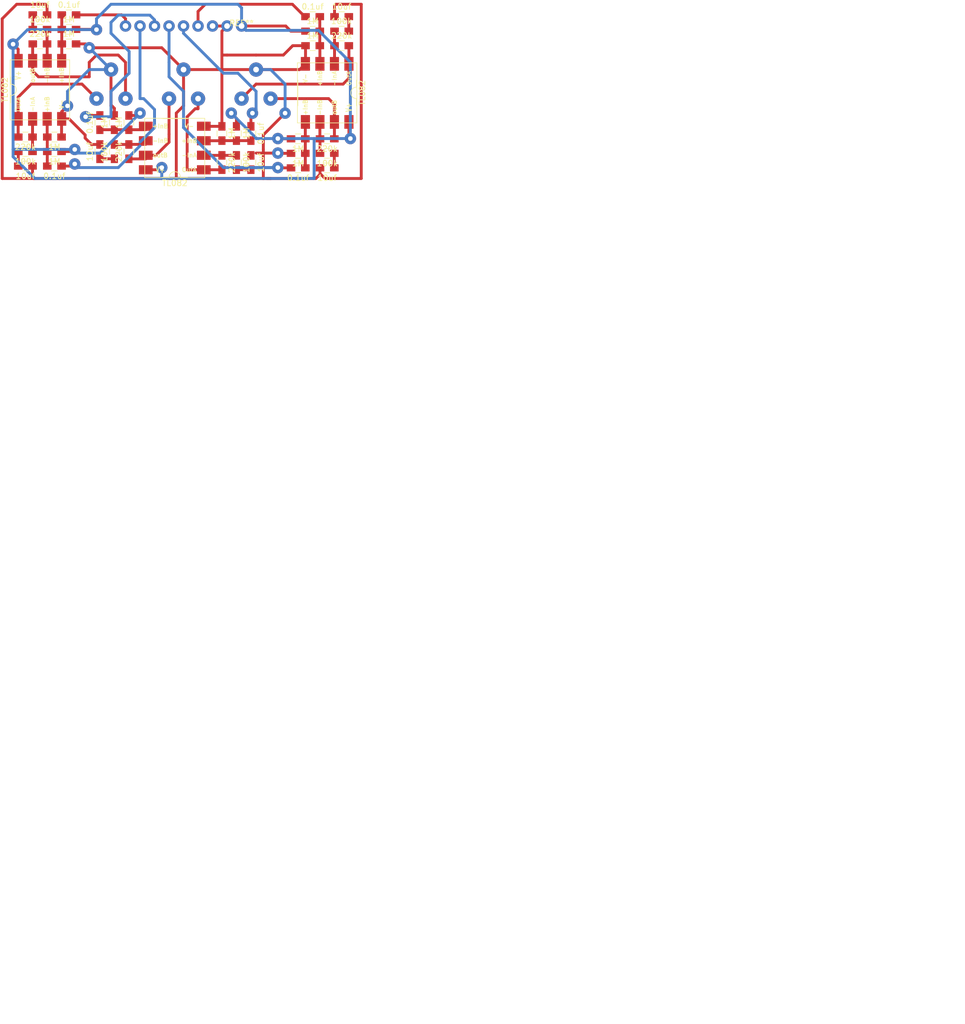
<source format=kicad_pcb>
(kicad_pcb (version 20171130) (host pcbnew 5.0.0)

  (general
    (thickness 1.6)
    (drawings 1)
    (tracks 280)
    (zones 0)
    (modules 46)
    (nets 1)
  )

  (page User 250.012 101.6)
  (layers
    (0 F.Cu signal)
    (31 B.Cu signal)
    (32 B.Adhes user)
    (33 F.Adhes user)
    (34 B.Paste user)
    (35 F.Paste user)
    (36 B.SilkS user)
    (37 F.SilkS user)
    (38 B.Mask user)
    (39 F.Mask user)
    (40 Dwgs.User user)
    (41 Cmts.User user hide)
    (42 Eco1.User user)
    (43 Eco2.User user)
    (44 Edge.Cuts user)
    (45 Margin user)
    (46 B.CrtYd user)
    (47 F.CrtYd user)
    (48 B.Fab user)
    (49 F.Fab user hide)
  )

  (setup
    (last_trace_width 0.5)
    (trace_clearance 0.2)
    (zone_clearance 0.508)
    (zone_45_only no)
    (trace_min 0.2)
    (segment_width 0.2)
    (edge_width 0.15)
    (via_size 2)
    (via_drill 0.8)
    (via_min_size 0.4)
    (via_min_drill 0.3)
    (uvia_size 0.3)
    (uvia_drill 0.1)
    (uvias_allowed no)
    (uvia_min_size 0.2)
    (uvia_min_drill 0.1)
    (pcb_text_width 0.3)
    (pcb_text_size 1.5 1.5)
    (mod_edge_width 0.15)
    (mod_text_size 1 1)
    (mod_text_width 0.15)
    (pad_size 2.4 1.6)
    (pad_drill 0.8)
    (pad_to_mask_clearance 0.2)
    (aux_axis_origin 12.7 35.56)
    (visible_elements FFFFFF7F)
    (pcbplotparams
      (layerselection 0x01200_ffffffff)
      (usegerberextensions false)
      (usegerberattributes false)
      (usegerberadvancedattributes false)
      (creategerberjobfile false)
      (excludeedgelayer true)
      (linewidth 0.100000)
      (plotframeref false)
      (viasonmask false)
      (mode 1)
      (useauxorigin true)
      (hpglpennumber 1)
      (hpglpenspeed 20)
      (hpglpendiameter 15.000000)
      (psnegative false)
      (psa4output false)
      (plotreference true)
      (plotvalue true)
      (plotinvisibletext false)
      (padsonsilk false)
      (subtractmaskfromsilk false)
      (outputformat 1)
      (mirror false)
      (drillshape 0)
      (scaleselection 1)
      (outputdirectory "./hexGerb1"))
  )

  (net 0 "")

  (net_class Default "This is the default net class."
    (clearance 0.2)
    (trace_width 0.5)
    (via_dia 2)
    (via_drill 0.8)
    (uvia_dia 0.3)
    (uvia_drill 0.1)
  )

  (module header (layer F.Cu) (tedit 5B524D3B) (tstamp 5B51E06A)
    (at 55.88 7.62 180)
    (fp_text reference REF** (at 0 0.5 180) (layer F.SilkS)
      (effects (font (size 1 1) (thickness 0.15)))
    )
    (fp_text value header (at 0 -0.5 180) (layer F.Fab)
      (effects (font (size 1 1) (thickness 0.15)))
    )
    (pad 1 thru_hole circle (at 0 0 180) (size 2 2) (drill 1) (layers *.Cu *.Mask))
    (pad 2 thru_hole circle (at 2.54 0 180) (size 2 2) (drill 1) (layers *.Cu *.Mask))
    (pad 3 thru_hole circle (at 5.08 0 180) (size 2 2) (drill 1) (layers *.Cu *.Mask))
    (pad 4 thru_hole circle (at 7.62 0 180) (size 2 2) (drill 1) (layers *.Cu *.Mask))
    (pad 5 thru_hole circle (at 10.16 0 180) (size 2 2) (drill 1) (layers *.Cu *.Mask))
    (pad 6 thru_hole circle (at 12.7 0 180) (size 2 2) (drill 1) (layers *.Cu *.Mask))
    (pad 7 thru_hole circle (at 15.24 0 180) (size 2 2) (drill 1) (layers *.Cu *.Mask))
    (pad 8 thru_hole circle (at 17.78 0 180) (size 2 2) (drill 1) (layers *.Cu *.Mask))
    (pad 9 thru_hole circle (at 20.32 0 180) (size 2 2) (drill 1) (layers *.Cu *.Mask))
  )

  (module Connectors:Stereo_Jack_3.5mm_Switch_Ledino_KB3SPRS (layer F.Cu) (tedit 5B524759) (tstamp 5B524C26)
    (at 58.42 20.32)
    (descr https://www.reichelt.de/index.html?ACTION=7&LA=3&OPEN=0&INDEX=0&FILENAME=C160%252FKB3SPRS.pdf)
    (tags "jack stereo TRS")
    (fp_text reference "" (at -3.5 2.3) (layer F.SilkS)
      (effects (font (size 1 1) (thickness 0.15)))
    )
    (fp_text value Out (at 2.3 -12.2) (layer F.Fab)
      (effects (font (size 1 1) (thickness 0.15)))
    )
    (pad R thru_hole circle (at 2.54 0 90) (size 2.5 2.5) (drill 1) (layers *.Cu *.Mask))
    (pad L thru_hole circle (at -2.54 0 90) (size 2.5 2.5) (drill 1) (layers *.Cu *.Mask))
    (pad G thru_hole circle (at 0 -5.08 180) (size 2.5 2.5) (drill 1) (layers *.Cu *.Mask))
    (model ${KISYS3DMOD}/Connectors.3dshapes/Stereo_Jack_3.5mm_Switch_Ledino_KB3SPRS.wrl
      (at (xyz 0 0 0))
      (scale (xyz 1 1 1))
      (rotate (xyz 0 0 0))
    )
  )

  (module Connectors:Stereo_Jack_3.5mm_Switch_Ledino_KB3SPRS (layer F.Cu) (tedit 5B524759) (tstamp 5B524BF8)
    (at 45.72 20.32)
    (descr https://www.reichelt.de/index.html?ACTION=7&LA=3&OPEN=0&INDEX=0&FILENAME=C160%252FKB3SPRS.pdf)
    (tags "jack stereo TRS")
    (fp_text reference "" (at -3.5 2.3) (layer F.SilkS)
      (effects (font (size 1 1) (thickness 0.15)))
    )
    (fp_text value Out (at 2.3 -12.2) (layer F.Fab)
      (effects (font (size 1 1) (thickness 0.15)))
    )
    (pad G thru_hole circle (at 0 -5.08 180) (size 2.5 2.5) (drill 1) (layers *.Cu *.Mask))
    (pad L thru_hole circle (at -2.54 0 90) (size 2.5 2.5) (drill 1) (layers *.Cu *.Mask))
    (pad R thru_hole circle (at 2.54 0 90) (size 2.5 2.5) (drill 1) (layers *.Cu *.Mask))
    (model ${KISYS3DMOD}/Connectors.3dshapes/Stereo_Jack_3.5mm_Switch_Ledino_KB3SPRS.wrl
      (at (xyz 0 0 0))
      (scale (xyz 1 1 1))
      (rotate (xyz 0 0 0))
    )
  )

  (module Connectors:Stereo_Jack_3.5mm_Switch_Ledino_KB3SPRS (layer F.Cu) (tedit 5B524759) (tstamp 5B4FA8ED)
    (at 33.02 20.32)
    (descr https://www.reichelt.de/index.html?ACTION=7&LA=3&OPEN=0&INDEX=0&FILENAME=C160%252FKB3SPRS.pdf)
    (tags "jack stereo TRS")
    (fp_text reference "" (at -3.5 2.3) (layer F.SilkS)
      (effects (font (size 1 1) (thickness 0.15)))
    )
    (fp_text value Out (at 2.3 -12.2) (layer F.Fab)
      (effects (font (size 1 1) (thickness 0.15)))
    )
    (pad R thru_hole circle (at 2.54 0 90) (size 2.5 2.5) (drill 1) (layers *.Cu *.Mask))
    (pad L thru_hole circle (at -2.54 0 90) (size 2.5 2.5) (drill 1) (layers *.Cu *.Mask))
    (pad G thru_hole circle (at 0 -5.08 180) (size 2.5 2.5) (drill 1) (layers *.Cu *.Mask))
    (model ${KISYS3DMOD}/Connectors.3dshapes/Stereo_Jack_3.5mm_Switch_Ledino_KB3SPRS.wrl
      (at (xyz 0 0 0))
      (scale (xyz 1 1 1))
      (rotate (xyz 0 0 0))
    )
  )

  (module Capacitors_SMD:C_0805_HandSoldering (layer F.Cu) (tedit 5B51EB29) (tstamp 5B5224D8)
    (at 68.327635 11.061304)
    (descr "Capacitor SMD 0805, hand soldering")
    (tags "capacitor 0805")
    (attr smd)
    (fp_text reference 1M (at 0 -1.75) (layer F.SilkS)
      (effects (font (size 1 1) (thickness 0.15)))
    )
    (fp_text value C_0805_HandSoldering (at 0 1.75) (layer F.Fab)
      (effects (font (size 1 1) (thickness 0.15)))
    )
    (fp_text user %R (at 0 -1.75) (layer F.Fab)
      (effects (font (size 1 1) (thickness 0.15)))
    )
    (fp_line (start -1 0.62) (end -1 -0.62) (layer F.Fab) (width 0.1))
    (fp_line (start 1 0.62) (end -1 0.62) (layer F.Fab) (width 0.1))
    (fp_line (start 1 -0.62) (end 1 0.62) (layer F.Fab) (width 0.1))
    (fp_line (start -1 -0.62) (end 1 -0.62) (layer F.Fab) (width 0.1))
    (fp_line (start 0.5 -0.85) (end -0.5 -0.85) (layer F.SilkS) (width 0.12))
    (fp_line (start -0.5 0.85) (end 0.5 0.85) (layer F.SilkS) (width 0.12))
    (fp_line (start -2.25 -0.88) (end 2.25 -0.88) (layer F.CrtYd) (width 0.05))
    (fp_line (start -2.25 -0.88) (end -2.25 0.87) (layer F.CrtYd) (width 0.05))
    (fp_line (start 2.25 0.87) (end 2.25 -0.88) (layer F.CrtYd) (width 0.05))
    (fp_line (start 2.25 0.87) (end -2.25 0.87) (layer F.CrtYd) (width 0.05))
    (pad 1 smd rect (at -1.25 0) (size 1.5 1.25) (layers F.Cu F.Paste F.Mask))
    (pad 2 smd rect (at 1.25 0) (size 1.5 1.25) (layers F.Cu F.Paste F.Mask))
    (model Capacitors_SMD.3dshapes/C_0805.wrl
      (at (xyz 0 0 0))
      (scale (xyz 1 1 1))
      (rotate (xyz 0 0 0))
    )
  )

  (module Capacitors_SMD:C_0805_HandSoldering (layer F.Cu) (tedit 5B51E4C5) (tstamp 5B5224BA)
    (at 65.787526 32.431386 180)
    (descr "Capacitor SMD 0805, hand soldering")
    (tags "capacitor 0805")
    (attr smd)
    (fp_text reference 0.1uf (at 0 -1.75 180) (layer F.SilkS)
      (effects (font (size 1 1) (thickness 0.15)))
    )
    (fp_text value C_0805_HandSoldering (at 0 1.75 180) (layer F.Fab)
      (effects (font (size 1 1) (thickness 0.15)))
    )
    (fp_line (start 2.25 0.87) (end -2.25 0.87) (layer F.CrtYd) (width 0.05))
    (fp_line (start 2.25 0.87) (end 2.25 -0.88) (layer F.CrtYd) (width 0.05))
    (fp_line (start -2.25 -0.88) (end -2.25 0.87) (layer F.CrtYd) (width 0.05))
    (fp_line (start -2.25 -0.88) (end 2.25 -0.88) (layer F.CrtYd) (width 0.05))
    (fp_line (start -0.5 0.85) (end 0.5 0.85) (layer F.SilkS) (width 0.12))
    (fp_line (start 0.5 -0.85) (end -0.5 -0.85) (layer F.SilkS) (width 0.12))
    (fp_line (start -1 -0.62) (end 1 -0.62) (layer F.Fab) (width 0.1))
    (fp_line (start 1 -0.62) (end 1 0.62) (layer F.Fab) (width 0.1))
    (fp_line (start 1 0.62) (end -1 0.62) (layer F.Fab) (width 0.1))
    (fp_line (start -1 0.62) (end -1 -0.62) (layer F.Fab) (width 0.1))
    (fp_text user %R (at 0 -1.75 180) (layer F.Fab)
      (effects (font (size 1 1) (thickness 0.15)))
    )
    (pad 2 smd rect (at 1.25 0 180) (size 1.5 1.25) (layers F.Cu F.Paste F.Mask))
    (pad 1 smd rect (at -1.25 0 180) (size 1.5 1.25) (layers F.Cu F.Paste F.Mask))
    (model Capacitors_SMD.3dshapes/C_0805.wrl
      (at (xyz 0 0 0))
      (scale (xyz 1 1 1))
      (rotate (xyz 0 0 0))
    )
  )

  (module Housings_DIP:DIP-8_W7.62mm_Socket_LongPads (layer F.Cu) (tedit 5B51E623) (tstamp 5B522491)
    (at 74.677635 15.506304 270)
    (descr "8-lead though-hole mounted DIP package, row spacing 7.62 mm (300 mils), Socket, LongPads")
    (tags "THT DIP DIL PDIP 2.54mm 7.62mm 300mil Socket LongPads")
    (fp_text reference TL082 (at 3.81 -2.33 270) (layer F.SilkS)
      (effects (font (size 1 1) (thickness 0.15)))
    )
    (fp_text value DIP-8_W7.62mm_Socket_LongPads (at 1.27 11.43 270) (layer F.Fab)
      (effects (font (size 1 1) (thickness 0.15)))
    )
    (fp_arc (start 3.81 -1.33) (end 2.81 -1.33) (angle -180) (layer F.SilkS) (width 0.12))
    (fp_line (start 1.635 -1.27) (end 6.985 -1.27) (layer F.Fab) (width 0.1))
    (fp_line (start 6.985 8.89) (end 0.635 8.89) (layer F.Fab) (width 0.1))
    (fp_line (start -1.27 -1.33) (end -1.27 8.95) (layer F.Fab) (width 0.1))
    (fp_line (start -1.27 8.95) (end 8.89 8.95) (layer F.Fab) (width 0.1))
    (fp_line (start 8.89 8.95) (end 8.89 -1.33) (layer F.Fab) (width 0.1))
    (fp_line (start 8.89 -1.33) (end -1.27 -1.33) (layer F.Fab) (width 0.1))
    (fp_line (start 2.81 -1.33) (end 1.56 -1.33) (layer F.SilkS) (width 0.12))
    (fp_line (start 1.56 8.95) (end 6.06 8.95) (layer F.SilkS) (width 0.12))
    (fp_line (start 6.06 -1.33) (end 4.81 -1.33) (layer F.SilkS) (width 0.12))
    (fp_line (start -1.44 -1.39) (end -1.44 9.01) (layer F.SilkS) (width 0.12))
    (fp_line (start -1.44 9.01) (end 9.06 9.01) (layer F.SilkS) (width 0.12))
    (fp_line (start 9.06 9.01) (end 9.06 -1.39) (layer F.SilkS) (width 0.12))
    (fp_line (start 9.06 -1.39) (end -1.44 -1.39) (layer F.SilkS) (width 0.12))
    (fp_line (start -1.55 -1.6) (end -1.55 9.2) (layer F.CrtYd) (width 0.05))
    (fp_line (start -1.55 9.2) (end 9.15 9.2) (layer F.CrtYd) (width 0.05))
    (fp_line (start 9.15 9.2) (end 9.15 -1.6) (layer F.CrtYd) (width 0.05))
    (fp_line (start 9.15 -1.6) (end -1.55 -1.6) (layer F.CrtYd) (width 0.05))
    (fp_text user "" (at 3.81 5.08 270) (layer F.Fab)
      (effects (font (size 0.8 0.8) (thickness 0.15)))
    )
    (fp_text user OutA (at 1.27 0 270) (layer F.SilkS)
      (effects (font (size 0.75 0.75) (thickness 0.125)))
    )
    (fp_text user -InA (at 1.27 2.54 270) (layer F.SilkS)
      (effects (font (size 0.75 0.75) (thickness 0.125)))
    )
    (fp_text user +InB (at 1.27 5.08 270) (layer F.SilkS)
      (effects (font (size 0.75 0.75) (thickness 0.15)))
    )
    (fp_text user +InB (at 6.35 7.62 270) (layer F.SilkS)
      (effects (font (size 0.75 0.75) (thickness 0.15)))
    )
    (fp_text user V- (at 1.27 7.62 270) (layer F.SilkS)
      (effects (font (size 0.75 0.75) (thickness 0.15)))
    )
    (fp_text user V+ (at 6.35 0 270) (layer F.SilkS)
      (effects (font (size 1 0.75) (thickness 0.15)))
    )
    (fp_text user outB (at 6.35 2.54 270) (layer F.SilkS)
      (effects (font (size 0.75 0.75) (thickness 0.15)))
    )
    (fp_text user -InB (at 6.35 5.08 270) (layer F.SilkS)
      (effects (font (size 0.75 0.75) (thickness 0.15)))
    )
    (pad 1 smd rect (at -1.27 0 270) (size 2.4 1.6) (layers F.Cu F.Paste F.Mask))
    (pad 5 smd rect (at 8.89 7.62 270) (size 2.4 1.6) (layers F.Cu F.Paste F.Mask))
    (pad 2 smd rect (at -1.27 2.54 270) (size 2.4 1.6) (layers F.Cu F.Paste F.Mask))
    (pad 6 smd rect (at 8.89 5.08 270) (size 2.4 1.6) (layers F.Cu F.Paste F.Mask))
    (pad 3 smd trapezoid (at -1.27 5.08 270) (size 2.4 1.6) (layers F.Cu F.Paste F.Mask))
    (pad 7 smd rect (at 8.89 2.54 270) (size 2.4 1.6) (layers F.Cu F.Paste F.Mask))
    (pad 4 smd rect (at -1.27 7.62 270) (size 2.4 1.6) (layers F.Cu F.Paste F.Mask))
    (pad 8 smd rect (at 8.89 0 270) (size 2.4 1.6) (layers F.Cu F.Paste F.Mask))
    (model ${KISYS3DMOD}/Housings_DIP.3dshapes/DIP-8_W7.62mm_Socket.wrl
      (at (xyz 0 0 0))
      (scale (xyz 1 1 1))
      (rotate (xyz 0 0 0))
    )
  )

  (module Capacitors_SMD:C_0805_HandSoldering (layer F.Cu) (tedit 5B51EB29) (tstamp 5B52247D)
    (at 68.327635 8.521304)
    (descr "Capacitor SMD 0805, hand soldering")
    (tags "capacitor 0805")
    (attr smd)
    (fp_text reference 1M (at 0 -1.75) (layer F.SilkS)
      (effects (font (size 1 1) (thickness 0.15)))
    )
    (fp_text value C_0805_HandSoldering (at 0 1.75) (layer F.Fab)
      (effects (font (size 1 1) (thickness 0.15)))
    )
    (fp_line (start 2.25 0.87) (end -2.25 0.87) (layer F.CrtYd) (width 0.05))
    (fp_line (start 2.25 0.87) (end 2.25 -0.88) (layer F.CrtYd) (width 0.05))
    (fp_line (start -2.25 -0.88) (end -2.25 0.87) (layer F.CrtYd) (width 0.05))
    (fp_line (start -2.25 -0.88) (end 2.25 -0.88) (layer F.CrtYd) (width 0.05))
    (fp_line (start -0.5 0.85) (end 0.5 0.85) (layer F.SilkS) (width 0.12))
    (fp_line (start 0.5 -0.85) (end -0.5 -0.85) (layer F.SilkS) (width 0.12))
    (fp_line (start -1 -0.62) (end 1 -0.62) (layer F.Fab) (width 0.1))
    (fp_line (start 1 -0.62) (end 1 0.62) (layer F.Fab) (width 0.1))
    (fp_line (start 1 0.62) (end -1 0.62) (layer F.Fab) (width 0.1))
    (fp_line (start -1 0.62) (end -1 -0.62) (layer F.Fab) (width 0.1))
    (fp_text user %R (at 0 -1.75) (layer F.Fab)
      (effects (font (size 1 1) (thickness 0.15)))
    )
    (pad 2 smd rect (at 1.25 0) (size 1.5 1.25) (layers F.Cu F.Paste F.Mask))
    (pad 1 smd rect (at -1.25 0) (size 1.5 1.25) (layers F.Cu F.Paste F.Mask))
    (model Capacitors_SMD.3dshapes/C_0805.wrl
      (at (xyz 0 0 0))
      (scale (xyz 1 1 1))
      (rotate (xyz 0 0 0))
    )
  )

  (module Capacitors_SMD:C_0805_HandSoldering (layer F.Cu) (tedit 5B51E9A2) (tstamp 5B522469)
    (at 73.407635 8.521304)
    (descr "Capacitor SMD 0805, hand soldering")
    (tags "capacitor 0805")
    (attr smd)
    (fp_text reference 100k (at -0.02 -1.75) (layer F.SilkS)
      (effects (font (size 1 1) (thickness 0.15)))
    )
    (fp_text value C_0805_HandSoldering (at 0 1.75) (layer F.Fab)
      (effects (font (size 1 1) (thickness 0.15)))
    )
    (fp_line (start 2.25 0.87) (end -2.25 0.87) (layer F.CrtYd) (width 0.05))
    (fp_line (start 2.25 0.87) (end 2.25 -0.88) (layer F.CrtYd) (width 0.05))
    (fp_line (start -2.25 -0.88) (end -2.25 0.87) (layer F.CrtYd) (width 0.05))
    (fp_line (start -2.25 -0.88) (end 2.25 -0.88) (layer F.CrtYd) (width 0.05))
    (fp_line (start -0.5 0.85) (end 0.5 0.85) (layer F.SilkS) (width 0.12))
    (fp_line (start 0.5 -0.85) (end -0.5 -0.85) (layer F.SilkS) (width 0.12))
    (fp_line (start -1 -0.62) (end 1 -0.62) (layer F.Fab) (width 0.1))
    (fp_line (start 1 -0.62) (end 1 0.62) (layer F.Fab) (width 0.1))
    (fp_line (start 1 0.62) (end -1 0.62) (layer F.Fab) (width 0.1))
    (fp_line (start -1 0.62) (end -1 -0.62) (layer F.Fab) (width 0.1))
    (fp_text user %R (at 0 -1.75) (layer F.Fab)
      (effects (font (size 1 1) (thickness 0.15)))
    )
    (pad 2 smd rect (at 1.25 0) (size 1.5 1.25) (layers F.Cu F.Paste F.Mask))
    (pad 1 smd rect (at -1.25 0) (size 1.5 1.25) (layers F.Cu F.Paste F.Mask))
    (model Capacitors_SMD.3dshapes/C_0805.wrl
      (at (xyz 0 0 0))
      (scale (xyz 1 1 1))
      (rotate (xyz 0 0 0))
    )
  )

  (module Capacitors_SMD:C_0805_HandSoldering (layer F.Cu) (tedit 5B51E8EB) (tstamp 5B522459)
    (at 73.407635 11.061304)
    (descr "Capacitor SMD 0805, hand soldering")
    (tags "capacitor 0805")
    (attr smd)
    (fp_text reference 220k (at 0 -1.75) (layer F.SilkS)
      (effects (font (size 1 1) (thickness 0.15)))
    )
    (fp_text value C_0805_HandSoldering (at 0 1.75) (layer F.Fab)
      (effects (font (size 1 1) (thickness 0.15)))
    )
    (fp_text user %R (at 0 -1.75) (layer F.Fab)
      (effects (font (size 1 1) (thickness 0.15)))
    )
    (fp_line (start -1 0.62) (end -1 -0.62) (layer F.Fab) (width 0.1))
    (fp_line (start 1 0.62) (end -1 0.62) (layer F.Fab) (width 0.1))
    (fp_line (start 1 -0.62) (end 1 0.62) (layer F.Fab) (width 0.1))
    (fp_line (start -1 -0.62) (end 1 -0.62) (layer F.Fab) (width 0.1))
    (fp_line (start 0.5 -0.85) (end -0.5 -0.85) (layer F.SilkS) (width 0.12))
    (fp_line (start -0.5 0.85) (end 0.5 0.85) (layer F.SilkS) (width 0.12))
    (fp_line (start -2.25 -0.88) (end 2.25 -0.88) (layer F.CrtYd) (width 0.05))
    (fp_line (start -2.25 -0.88) (end -2.25 0.87) (layer F.CrtYd) (width 0.05))
    (fp_line (start 2.25 0.87) (end 2.25 -0.88) (layer F.CrtYd) (width 0.05))
    (fp_line (start 2.25 0.87) (end -2.25 0.87) (layer F.CrtYd) (width 0.05))
    (pad 1 smd rect (at -1.25 0) (size 1.5 1.25) (layers F.Cu F.Paste F.Mask))
    (pad 2 smd rect (at 1.25 0) (size 1.5 1.25) (layers F.Cu F.Paste F.Mask))
    (model Capacitors_SMD.3dshapes/C_0805.wrl
      (at (xyz 0 0 0))
      (scale (xyz 1 1 1))
      (rotate (xyz 0 0 0))
    )
  )

  (module Capacitors_SMD:C_0805_HandSoldering (layer F.Cu) (tedit 5B51E4C5) (tstamp 5B522448)
    (at 68.327635 5.981304)
    (descr "Capacitor SMD 0805, hand soldering")
    (tags "capacitor 0805")
    (attr smd)
    (fp_text reference 0.1uf (at 0 -1.75) (layer F.SilkS)
      (effects (font (size 1 1) (thickness 0.15)))
    )
    (fp_text value C_0805_HandSoldering (at 0 1.75) (layer F.Fab)
      (effects (font (size 1 1) (thickness 0.15)))
    )
    (fp_text user %R (at 0 -1.75) (layer F.Fab)
      (effects (font (size 1 1) (thickness 0.15)))
    )
    (fp_line (start -1 0.62) (end -1 -0.62) (layer F.Fab) (width 0.1))
    (fp_line (start 1 0.62) (end -1 0.62) (layer F.Fab) (width 0.1))
    (fp_line (start 1 -0.62) (end 1 0.62) (layer F.Fab) (width 0.1))
    (fp_line (start -1 -0.62) (end 1 -0.62) (layer F.Fab) (width 0.1))
    (fp_line (start 0.5 -0.85) (end -0.5 -0.85) (layer F.SilkS) (width 0.12))
    (fp_line (start -0.5 0.85) (end 0.5 0.85) (layer F.SilkS) (width 0.12))
    (fp_line (start -2.25 -0.88) (end 2.25 -0.88) (layer F.CrtYd) (width 0.05))
    (fp_line (start -2.25 -0.88) (end -2.25 0.87) (layer F.CrtYd) (width 0.05))
    (fp_line (start 2.25 0.87) (end 2.25 -0.88) (layer F.CrtYd) (width 0.05))
    (fp_line (start 2.25 0.87) (end -2.25 0.87) (layer F.CrtYd) (width 0.05))
    (pad 1 smd rect (at -1.25 0) (size 1.5 1.25) (layers F.Cu F.Paste F.Mask))
    (pad 2 smd rect (at 1.25 0) (size 1.5 1.25) (layers F.Cu F.Paste F.Mask))
    (model Capacitors_SMD.3dshapes/C_0805.wrl
      (at (xyz 0 0 0))
      (scale (xyz 1 1 1))
      (rotate (xyz 0 0 0))
    )
  )

  (module Capacitors_SMD:C_0805_HandSoldering (layer F.Cu) (tedit 5B51E8EB) (tstamp 5B522434)
    (at 70.867526 27.351386 180)
    (descr "Capacitor SMD 0805, hand soldering")
    (tags "capacitor 0805")
    (attr smd)
    (fp_text reference 220k (at 0 -1.75 180) (layer F.SilkS)
      (effects (font (size 1 1) (thickness 0.15)))
    )
    (fp_text value C_0805_HandSoldering (at 0 1.75 180) (layer F.Fab)
      (effects (font (size 1 1) (thickness 0.15)))
    )
    (fp_line (start 2.25 0.87) (end -2.25 0.87) (layer F.CrtYd) (width 0.05))
    (fp_line (start 2.25 0.87) (end 2.25 -0.88) (layer F.CrtYd) (width 0.05))
    (fp_line (start -2.25 -0.88) (end -2.25 0.87) (layer F.CrtYd) (width 0.05))
    (fp_line (start -2.25 -0.88) (end 2.25 -0.88) (layer F.CrtYd) (width 0.05))
    (fp_line (start -0.5 0.85) (end 0.5 0.85) (layer F.SilkS) (width 0.12))
    (fp_line (start 0.5 -0.85) (end -0.5 -0.85) (layer F.SilkS) (width 0.12))
    (fp_line (start -1 -0.62) (end 1 -0.62) (layer F.Fab) (width 0.1))
    (fp_line (start 1 -0.62) (end 1 0.62) (layer F.Fab) (width 0.1))
    (fp_line (start 1 0.62) (end -1 0.62) (layer F.Fab) (width 0.1))
    (fp_line (start -1 0.62) (end -1 -0.62) (layer F.Fab) (width 0.1))
    (fp_text user %R (at 0 -1.75 180) (layer F.Fab)
      (effects (font (size 1 1) (thickness 0.15)))
    )
    (pad 2 smd rect (at 1.25 0 180) (size 1.5 1.25) (layers F.Cu F.Paste F.Mask))
    (pad 1 smd rect (at -1.25 0 180) (size 1.5 1.25) (layers F.Cu F.Paste F.Mask))
    (model Capacitors_SMD.3dshapes/C_0805.wrl
      (at (xyz 0 0 0))
      (scale (xyz 1 1 1))
      (rotate (xyz 0 0 0))
    )
  )

  (module Capacitors_SMD:C_0805_HandSoldering (layer F.Cu) (tedit 5B51EC48) (tstamp 5B522414)
    (at 70.867526 32.431386 180)
    (descr "Capacitor SMD 0805, hand soldering")
    (tags "capacitor 0805")
    (attr smd)
    (fp_text reference 10uf (at 0 -1.75 180) (layer F.SilkS)
      (effects (font (size 1 1) (thickness 0.15)))
    )
    (fp_text value C_0805_HandSoldering (at 0 1.75 180) (layer F.Fab)
      (effects (font (size 1 1) (thickness 0.15)))
    )
    (fp_text user %R (at 0 -1.75 180) (layer F.Fab)
      (effects (font (size 1 1) (thickness 0.15)))
    )
    (fp_line (start -1 0.62) (end -1 -0.62) (layer F.Fab) (width 0.1))
    (fp_line (start 1 0.62) (end -1 0.62) (layer F.Fab) (width 0.1))
    (fp_line (start 1 -0.62) (end 1 0.62) (layer F.Fab) (width 0.1))
    (fp_line (start -1 -0.62) (end 1 -0.62) (layer F.Fab) (width 0.1))
    (fp_line (start 0.5 -0.85) (end -0.5 -0.85) (layer F.SilkS) (width 0.12))
    (fp_line (start -0.5 0.85) (end 0.5 0.85) (layer F.SilkS) (width 0.12))
    (fp_line (start -2.25 -0.88) (end 2.25 -0.88) (layer F.CrtYd) (width 0.05))
    (fp_line (start -2.25 -0.88) (end -2.25 0.87) (layer F.CrtYd) (width 0.05))
    (fp_line (start 2.25 0.87) (end 2.25 -0.88) (layer F.CrtYd) (width 0.05))
    (fp_line (start 2.25 0.87) (end -2.25 0.87) (layer F.CrtYd) (width 0.05))
    (pad 1 smd rect (at -1.25 0 180) (size 1.5 1.25) (layers F.Cu F.Paste F.Mask))
    (pad 2 smd rect (at 1.25 0 180) (size 1.5 1.25) (layers F.Cu F.Paste F.Mask))
    (model Capacitors_SMD.3dshapes/C_0805.wrl
      (at (xyz 0 0 0))
      (scale (xyz 1 1 1))
      (rotate (xyz 0 0 0))
    )
  )

  (module Capacitors_SMD:C_0805_HandSoldering (layer F.Cu) (tedit 5B51EC48) (tstamp 5B522403)
    (at 73.407635 5.981304)
    (descr "Capacitor SMD 0805, hand soldering")
    (tags "capacitor 0805")
    (attr smd)
    (fp_text reference 10uf (at 0 -1.75) (layer F.SilkS)
      (effects (font (size 1 1) (thickness 0.15)))
    )
    (fp_text value C_0805_HandSoldering (at 0 1.75) (layer F.Fab)
      (effects (font (size 1 1) (thickness 0.15)))
    )
    (fp_line (start 2.25 0.87) (end -2.25 0.87) (layer F.CrtYd) (width 0.05))
    (fp_line (start 2.25 0.87) (end 2.25 -0.88) (layer F.CrtYd) (width 0.05))
    (fp_line (start -2.25 -0.88) (end -2.25 0.87) (layer F.CrtYd) (width 0.05))
    (fp_line (start -2.25 -0.88) (end 2.25 -0.88) (layer F.CrtYd) (width 0.05))
    (fp_line (start -0.5 0.85) (end 0.5 0.85) (layer F.SilkS) (width 0.12))
    (fp_line (start 0.5 -0.85) (end -0.5 -0.85) (layer F.SilkS) (width 0.12))
    (fp_line (start -1 -0.62) (end 1 -0.62) (layer F.Fab) (width 0.1))
    (fp_line (start 1 -0.62) (end 1 0.62) (layer F.Fab) (width 0.1))
    (fp_line (start 1 0.62) (end -1 0.62) (layer F.Fab) (width 0.1))
    (fp_line (start -1 0.62) (end -1 -0.62) (layer F.Fab) (width 0.1))
    (fp_text user %R (at 0 -1.75) (layer F.Fab)
      (effects (font (size 1 1) (thickness 0.15)))
    )
    (pad 2 smd rect (at 1.25 0) (size 1.5 1.25) (layers F.Cu F.Paste F.Mask))
    (pad 1 smd rect (at -1.25 0) (size 1.5 1.25) (layers F.Cu F.Paste F.Mask))
    (model Capacitors_SMD.3dshapes/C_0805.wrl
      (at (xyz 0 0 0))
      (scale (xyz 1 1 1))
      (rotate (xyz 0 0 0))
    )
  )

  (module Capacitors_SMD:C_0805_HandSoldering (layer F.Cu) (tedit 5B51EB29) (tstamp 5B5223F3)
    (at 65.787526 27.351386 180)
    (descr "Capacitor SMD 0805, hand soldering")
    (tags "capacitor 0805")
    (attr smd)
    (fp_text reference 1M (at 0 -1.75 180) (layer F.SilkS)
      (effects (font (size 1 1) (thickness 0.15)))
    )
    (fp_text value C_0805_HandSoldering (at 0 1.75 180) (layer F.Fab)
      (effects (font (size 1 1) (thickness 0.15)))
    )
    (fp_line (start 2.25 0.87) (end -2.25 0.87) (layer F.CrtYd) (width 0.05))
    (fp_line (start 2.25 0.87) (end 2.25 -0.88) (layer F.CrtYd) (width 0.05))
    (fp_line (start -2.25 -0.88) (end -2.25 0.87) (layer F.CrtYd) (width 0.05))
    (fp_line (start -2.25 -0.88) (end 2.25 -0.88) (layer F.CrtYd) (width 0.05))
    (fp_line (start -0.5 0.85) (end 0.5 0.85) (layer F.SilkS) (width 0.12))
    (fp_line (start 0.5 -0.85) (end -0.5 -0.85) (layer F.SilkS) (width 0.12))
    (fp_line (start -1 -0.62) (end 1 -0.62) (layer F.Fab) (width 0.1))
    (fp_line (start 1 -0.62) (end 1 0.62) (layer F.Fab) (width 0.1))
    (fp_line (start 1 0.62) (end -1 0.62) (layer F.Fab) (width 0.1))
    (fp_line (start -1 0.62) (end -1 -0.62) (layer F.Fab) (width 0.1))
    (fp_text user %R (at 0 -1.75 180) (layer F.Fab)
      (effects (font (size 1 1) (thickness 0.15)))
    )
    (pad 2 smd rect (at 1.25 0 180) (size 1.5 1.25) (layers F.Cu F.Paste F.Mask))
    (pad 1 smd rect (at -1.25 0 180) (size 1.5 1.25) (layers F.Cu F.Paste F.Mask))
    (model Capacitors_SMD.3dshapes/C_0805.wrl
      (at (xyz 0 0 0))
      (scale (xyz 1 1 1))
      (rotate (xyz 0 0 0))
    )
  )

  (module Capacitors_SMD:C_0805_HandSoldering (layer F.Cu) (tedit 5B51E9A2) (tstamp 5B5223E3)
    (at 70.867526 29.891386 180)
    (descr "Capacitor SMD 0805, hand soldering")
    (tags "capacitor 0805")
    (attr smd)
    (fp_text reference 100k (at -0.02 -1.75 180) (layer F.SilkS)
      (effects (font (size 1 1) (thickness 0.15)))
    )
    (fp_text value C_0805_HandSoldering (at 0 1.75 180) (layer F.Fab)
      (effects (font (size 1 1) (thickness 0.15)))
    )
    (fp_text user %R (at 0 -1.75 180) (layer F.Fab)
      (effects (font (size 1 1) (thickness 0.15)))
    )
    (fp_line (start -1 0.62) (end -1 -0.62) (layer F.Fab) (width 0.1))
    (fp_line (start 1 0.62) (end -1 0.62) (layer F.Fab) (width 0.1))
    (fp_line (start 1 -0.62) (end 1 0.62) (layer F.Fab) (width 0.1))
    (fp_line (start -1 -0.62) (end 1 -0.62) (layer F.Fab) (width 0.1))
    (fp_line (start 0.5 -0.85) (end -0.5 -0.85) (layer F.SilkS) (width 0.12))
    (fp_line (start -0.5 0.85) (end 0.5 0.85) (layer F.SilkS) (width 0.12))
    (fp_line (start -2.25 -0.88) (end 2.25 -0.88) (layer F.CrtYd) (width 0.05))
    (fp_line (start -2.25 -0.88) (end -2.25 0.87) (layer F.CrtYd) (width 0.05))
    (fp_line (start 2.25 0.87) (end 2.25 -0.88) (layer F.CrtYd) (width 0.05))
    (fp_line (start 2.25 0.87) (end -2.25 0.87) (layer F.CrtYd) (width 0.05))
    (pad 1 smd rect (at -1.25 0 180) (size 1.5 1.25) (layers F.Cu F.Paste F.Mask))
    (pad 2 smd rect (at 1.25 0 180) (size 1.5 1.25) (layers F.Cu F.Paste F.Mask))
    (model Capacitors_SMD.3dshapes/C_0805.wrl
      (at (xyz 0 0 0))
      (scale (xyz 1 1 1))
      (rotate (xyz 0 0 0))
    )
  )

  (module Capacitors_SMD:C_0805_HandSoldering (layer F.Cu) (tedit 5B51EB29) (tstamp 5B5223D2)
    (at 65.787526 29.891386 180)
    (descr "Capacitor SMD 0805, hand soldering")
    (tags "capacitor 0805")
    (attr smd)
    (fp_text reference 1M (at 0 -1.75 180) (layer F.SilkS)
      (effects (font (size 1 1) (thickness 0.15)))
    )
    (fp_text value C_0805_HandSoldering (at 0 1.75 180) (layer F.Fab)
      (effects (font (size 1 1) (thickness 0.15)))
    )
    (fp_text user %R (at 0 -1.75 180) (layer F.Fab)
      (effects (font (size 1 1) (thickness 0.15)))
    )
    (fp_line (start -1 0.62) (end -1 -0.62) (layer F.Fab) (width 0.1))
    (fp_line (start 1 0.62) (end -1 0.62) (layer F.Fab) (width 0.1))
    (fp_line (start 1 -0.62) (end 1 0.62) (layer F.Fab) (width 0.1))
    (fp_line (start -1 -0.62) (end 1 -0.62) (layer F.Fab) (width 0.1))
    (fp_line (start 0.5 -0.85) (end -0.5 -0.85) (layer F.SilkS) (width 0.12))
    (fp_line (start -0.5 0.85) (end 0.5 0.85) (layer F.SilkS) (width 0.12))
    (fp_line (start -2.25 -0.88) (end 2.25 -0.88) (layer F.CrtYd) (width 0.05))
    (fp_line (start -2.25 -0.88) (end -2.25 0.87) (layer F.CrtYd) (width 0.05))
    (fp_line (start 2.25 0.87) (end 2.25 -0.88) (layer F.CrtYd) (width 0.05))
    (fp_line (start 2.25 0.87) (end -2.25 0.87) (layer F.CrtYd) (width 0.05))
    (pad 1 smd rect (at -1.25 0 180) (size 1.5 1.25) (layers F.Cu F.Paste F.Mask))
    (pad 2 smd rect (at 1.25 0 180) (size 1.5 1.25) (layers F.Cu F.Paste F.Mask))
    (model Capacitors_SMD.3dshapes/C_0805.wrl
      (at (xyz 0 0 0))
      (scale (xyz 1 1 1))
      (rotate (xyz 0 0 0))
    )
  )

  (module Capacitors_SMD:C_0805_HandSoldering (layer F.Cu) (tedit 5B51EB29) (tstamp 5B52222E)
    (at 54.978696 26.417635 270)
    (descr "Capacitor SMD 0805, hand soldering")
    (tags "capacitor 0805")
    (attr smd)
    (fp_text reference 1M (at 0 -1.75 270) (layer F.SilkS)
      (effects (font (size 1 1) (thickness 0.15)))
    )
    (fp_text value C_0805_HandSoldering (at 0 1.75 270) (layer F.Fab)
      (effects (font (size 1 1) (thickness 0.15)))
    )
    (fp_text user %R (at 0 -1.75 270) (layer F.Fab)
      (effects (font (size 1 1) (thickness 0.15)))
    )
    (fp_line (start -1 0.62) (end -1 -0.62) (layer F.Fab) (width 0.1))
    (fp_line (start 1 0.62) (end -1 0.62) (layer F.Fab) (width 0.1))
    (fp_line (start 1 -0.62) (end 1 0.62) (layer F.Fab) (width 0.1))
    (fp_line (start -1 -0.62) (end 1 -0.62) (layer F.Fab) (width 0.1))
    (fp_line (start 0.5 -0.85) (end -0.5 -0.85) (layer F.SilkS) (width 0.12))
    (fp_line (start -0.5 0.85) (end 0.5 0.85) (layer F.SilkS) (width 0.12))
    (fp_line (start -2.25 -0.88) (end 2.25 -0.88) (layer F.CrtYd) (width 0.05))
    (fp_line (start -2.25 -0.88) (end -2.25 0.87) (layer F.CrtYd) (width 0.05))
    (fp_line (start 2.25 0.87) (end 2.25 -0.88) (layer F.CrtYd) (width 0.05))
    (fp_line (start 2.25 0.87) (end -2.25 0.87) (layer F.CrtYd) (width 0.05))
    (pad 1 smd rect (at -1.25 0 270) (size 1.5 1.25) (layers F.Cu F.Paste F.Mask))
    (pad 2 smd rect (at 1.25 0 270) (size 1.5 1.25) (layers F.Cu F.Paste F.Mask))
    (model Capacitors_SMD.3dshapes/C_0805.wrl
      (at (xyz 0 0 0))
      (scale (xyz 1 1 1))
      (rotate (xyz 0 0 0))
    )
  )

  (module Capacitors_SMD:C_0805_HandSoldering (layer F.Cu) (tedit 5B51E8EB) (tstamp 5B52221C)
    (at 52.438696 31.497635 270)
    (descr "Capacitor SMD 0805, hand soldering")
    (tags "capacitor 0805")
    (attr smd)
    (fp_text reference 220k (at 0 -1.75 270) (layer F.SilkS)
      (effects (font (size 1 1) (thickness 0.15)))
    )
    (fp_text value C_0805_HandSoldering (at 0 1.75 270) (layer F.Fab)
      (effects (font (size 1 1) (thickness 0.15)))
    )
    (fp_line (start 2.25 0.87) (end -2.25 0.87) (layer F.CrtYd) (width 0.05))
    (fp_line (start 2.25 0.87) (end 2.25 -0.88) (layer F.CrtYd) (width 0.05))
    (fp_line (start -2.25 -0.88) (end -2.25 0.87) (layer F.CrtYd) (width 0.05))
    (fp_line (start -2.25 -0.88) (end 2.25 -0.88) (layer F.CrtYd) (width 0.05))
    (fp_line (start -0.5 0.85) (end 0.5 0.85) (layer F.SilkS) (width 0.12))
    (fp_line (start 0.5 -0.85) (end -0.5 -0.85) (layer F.SilkS) (width 0.12))
    (fp_line (start -1 -0.62) (end 1 -0.62) (layer F.Fab) (width 0.1))
    (fp_line (start 1 -0.62) (end 1 0.62) (layer F.Fab) (width 0.1))
    (fp_line (start 1 0.62) (end -1 0.62) (layer F.Fab) (width 0.1))
    (fp_line (start -1 0.62) (end -1 -0.62) (layer F.Fab) (width 0.1))
    (fp_text user %R (at 0 -1.75 270) (layer F.Fab)
      (effects (font (size 1 1) (thickness 0.15)))
    )
    (pad 2 smd rect (at 1.25 0 270) (size 1.5 1.25) (layers F.Cu F.Paste F.Mask))
    (pad 1 smd rect (at -1.25 0 270) (size 1.5 1.25) (layers F.Cu F.Paste F.Mask))
    (model Capacitors_SMD.3dshapes/C_0805.wrl
      (at (xyz 0 0 0))
      (scale (xyz 1 1 1))
      (rotate (xyz 0 0 0))
    )
  )

  (module Capacitors_SMD:C_0805_HandSoldering (layer F.Cu) (tedit 5B51EC48) (tstamp 5B52220C)
    (at 31.068614 29.592526 90)
    (descr "Capacitor SMD 0805, hand soldering")
    (tags "capacitor 0805")
    (attr smd)
    (fp_text reference 10uf (at 0 -1.75 90) (layer F.SilkS)
      (effects (font (size 1 1) (thickness 0.15)))
    )
    (fp_text value C_0805_HandSoldering (at 0 1.75 90) (layer F.Fab)
      (effects (font (size 1 1) (thickness 0.15)))
    )
    (fp_line (start 2.25 0.87) (end -2.25 0.87) (layer F.CrtYd) (width 0.05))
    (fp_line (start 2.25 0.87) (end 2.25 -0.88) (layer F.CrtYd) (width 0.05))
    (fp_line (start -2.25 -0.88) (end -2.25 0.87) (layer F.CrtYd) (width 0.05))
    (fp_line (start -2.25 -0.88) (end 2.25 -0.88) (layer F.CrtYd) (width 0.05))
    (fp_line (start -0.5 0.85) (end 0.5 0.85) (layer F.SilkS) (width 0.12))
    (fp_line (start 0.5 -0.85) (end -0.5 -0.85) (layer F.SilkS) (width 0.12))
    (fp_line (start -1 -0.62) (end 1 -0.62) (layer F.Fab) (width 0.1))
    (fp_line (start 1 -0.62) (end 1 0.62) (layer F.Fab) (width 0.1))
    (fp_line (start 1 0.62) (end -1 0.62) (layer F.Fab) (width 0.1))
    (fp_line (start -1 0.62) (end -1 -0.62) (layer F.Fab) (width 0.1))
    (fp_text user %R (at 0 -1.75 90) (layer F.Fab)
      (effects (font (size 1 1) (thickness 0.15)))
    )
    (pad 2 smd rect (at 1.25 0 90) (size 1.5 1.25) (layers F.Cu F.Paste F.Mask))
    (pad 1 smd rect (at -1.25 0 90) (size 1.5 1.25) (layers F.Cu F.Paste F.Mask))
    (model Capacitors_SMD.3dshapes/C_0805.wrl
      (at (xyz 0 0 0))
      (scale (xyz 1 1 1))
      (rotate (xyz 0 0 0))
    )
  )

  (module Capacitors_SMD:C_0805_HandSoldering (layer F.Cu) (tedit 5B51E8EB) (tstamp 5B5221F9)
    (at 36.148614 29.592526 90)
    (descr "Capacitor SMD 0805, hand soldering")
    (tags "capacitor 0805")
    (attr smd)
    (fp_text reference 220k (at 0 -1.75 90) (layer F.SilkS)
      (effects (font (size 1 1) (thickness 0.15)))
    )
    (fp_text value C_0805_HandSoldering (at 0 1.75 90) (layer F.Fab)
      (effects (font (size 1 1) (thickness 0.15)))
    )
    (fp_text user %R (at 0 -1.75 90) (layer F.Fab)
      (effects (font (size 1 1) (thickness 0.15)))
    )
    (fp_line (start -1 0.62) (end -1 -0.62) (layer F.Fab) (width 0.1))
    (fp_line (start 1 0.62) (end -1 0.62) (layer F.Fab) (width 0.1))
    (fp_line (start 1 -0.62) (end 1 0.62) (layer F.Fab) (width 0.1))
    (fp_line (start -1 -0.62) (end 1 -0.62) (layer F.Fab) (width 0.1))
    (fp_line (start 0.5 -0.85) (end -0.5 -0.85) (layer F.SilkS) (width 0.12))
    (fp_line (start -0.5 0.85) (end 0.5 0.85) (layer F.SilkS) (width 0.12))
    (fp_line (start -2.25 -0.88) (end 2.25 -0.88) (layer F.CrtYd) (width 0.05))
    (fp_line (start -2.25 -0.88) (end -2.25 0.87) (layer F.CrtYd) (width 0.05))
    (fp_line (start 2.25 0.87) (end 2.25 -0.88) (layer F.CrtYd) (width 0.05))
    (fp_line (start 2.25 0.87) (end -2.25 0.87) (layer F.CrtYd) (width 0.05))
    (pad 1 smd rect (at -1.25 0 90) (size 1.5 1.25) (layers F.Cu F.Paste F.Mask))
    (pad 2 smd rect (at 1.25 0 90) (size 1.5 1.25) (layers F.Cu F.Paste F.Mask))
    (model Capacitors_SMD.3dshapes/C_0805.wrl
      (at (xyz 0 0 0))
      (scale (xyz 1 1 1))
      (rotate (xyz 0 0 0))
    )
  )

  (module Capacitors_SMD:C_0805_HandSoldering (layer F.Cu) (tedit 5B51EB29) (tstamp 5B5221D9)
    (at 52.438696 26.417635 270)
    (descr "Capacitor SMD 0805, hand soldering")
    (tags "capacitor 0805")
    (attr smd)
    (fp_text reference 1M (at 0 -1.75 270) (layer F.SilkS)
      (effects (font (size 1 1) (thickness 0.15)))
    )
    (fp_text value C_0805_HandSoldering (at 0 1.75 270) (layer F.Fab)
      (effects (font (size 1 1) (thickness 0.15)))
    )
    (fp_line (start 2.25 0.87) (end -2.25 0.87) (layer F.CrtYd) (width 0.05))
    (fp_line (start 2.25 0.87) (end 2.25 -0.88) (layer F.CrtYd) (width 0.05))
    (fp_line (start -2.25 -0.88) (end -2.25 0.87) (layer F.CrtYd) (width 0.05))
    (fp_line (start -2.25 -0.88) (end 2.25 -0.88) (layer F.CrtYd) (width 0.05))
    (fp_line (start -0.5 0.85) (end 0.5 0.85) (layer F.SilkS) (width 0.12))
    (fp_line (start 0.5 -0.85) (end -0.5 -0.85) (layer F.SilkS) (width 0.12))
    (fp_line (start -1 -0.62) (end 1 -0.62) (layer F.Fab) (width 0.1))
    (fp_line (start 1 -0.62) (end 1 0.62) (layer F.Fab) (width 0.1))
    (fp_line (start 1 0.62) (end -1 0.62) (layer F.Fab) (width 0.1))
    (fp_line (start -1 0.62) (end -1 -0.62) (layer F.Fab) (width 0.1))
    (fp_text user %R (at 0 -1.75 270) (layer F.Fab)
      (effects (font (size 1 1) (thickness 0.15)))
    )
    (pad 2 smd rect (at 1.25 0 270) (size 1.5 1.25) (layers F.Cu F.Paste F.Mask))
    (pad 1 smd rect (at -1.25 0 270) (size 1.5 1.25) (layers F.Cu F.Paste F.Mask))
    (model Capacitors_SMD.3dshapes/C_0805.wrl
      (at (xyz 0 0 0))
      (scale (xyz 1 1 1))
      (rotate (xyz 0 0 0))
    )
  )

  (module Capacitors_SMD:C_0805_HandSoldering (layer F.Cu) (tedit 5B51E4C5) (tstamp 5B5221C5)
    (at 57.518696 26.417635 270)
    (descr "Capacitor SMD 0805, hand soldering")
    (tags "capacitor 0805")
    (attr smd)
    (fp_text reference 0.1uf (at 0 -1.75 270) (layer F.SilkS)
      (effects (font (size 1 1) (thickness 0.15)))
    )
    (fp_text value C_0805_HandSoldering (at 0 1.75 270) (layer F.Fab)
      (effects (font (size 1 1) (thickness 0.15)))
    )
    (fp_line (start 2.25 0.87) (end -2.25 0.87) (layer F.CrtYd) (width 0.05))
    (fp_line (start 2.25 0.87) (end 2.25 -0.88) (layer F.CrtYd) (width 0.05))
    (fp_line (start -2.25 -0.88) (end -2.25 0.87) (layer F.CrtYd) (width 0.05))
    (fp_line (start -2.25 -0.88) (end 2.25 -0.88) (layer F.CrtYd) (width 0.05))
    (fp_line (start -0.5 0.85) (end 0.5 0.85) (layer F.SilkS) (width 0.12))
    (fp_line (start 0.5 -0.85) (end -0.5 -0.85) (layer F.SilkS) (width 0.12))
    (fp_line (start -1 -0.62) (end 1 -0.62) (layer F.Fab) (width 0.1))
    (fp_line (start 1 -0.62) (end 1 0.62) (layer F.Fab) (width 0.1))
    (fp_line (start 1 0.62) (end -1 0.62) (layer F.Fab) (width 0.1))
    (fp_line (start -1 0.62) (end -1 -0.62) (layer F.Fab) (width 0.1))
    (fp_text user %R (at 0 -1.75 270) (layer F.Fab)
      (effects (font (size 1 1) (thickness 0.15)))
    )
    (pad 2 smd rect (at 1.25 0 270) (size 1.5 1.25) (layers F.Cu F.Paste F.Mask))
    (pad 1 smd rect (at -1.25 0 270) (size 1.5 1.25) (layers F.Cu F.Paste F.Mask))
    (model Capacitors_SMD.3dshapes/C_0805.wrl
      (at (xyz 0 0 0))
      (scale (xyz 1 1 1))
      (rotate (xyz 0 0 0))
    )
  )

  (module Capacitors_SMD:C_0805_HandSoldering (layer F.Cu) (tedit 5B51EC48) (tstamp 5B5221B1)
    (at 57.518696 31.497635 270)
    (descr "Capacitor SMD 0805, hand soldering")
    (tags "capacitor 0805")
    (attr smd)
    (fp_text reference 10uf (at 0 -1.75 270) (layer F.SilkS)
      (effects (font (size 1 1) (thickness 0.15)))
    )
    (fp_text value C_0805_HandSoldering (at 0 1.75 270) (layer F.Fab)
      (effects (font (size 1 1) (thickness 0.15)))
    )
    (fp_text user %R (at 0 -1.75 270) (layer F.Fab)
      (effects (font (size 1 1) (thickness 0.15)))
    )
    (fp_line (start -1 0.62) (end -1 -0.62) (layer F.Fab) (width 0.1))
    (fp_line (start 1 0.62) (end -1 0.62) (layer F.Fab) (width 0.1))
    (fp_line (start 1 -0.62) (end 1 0.62) (layer F.Fab) (width 0.1))
    (fp_line (start -1 -0.62) (end 1 -0.62) (layer F.Fab) (width 0.1))
    (fp_line (start 0.5 -0.85) (end -0.5 -0.85) (layer F.SilkS) (width 0.12))
    (fp_line (start -0.5 0.85) (end 0.5 0.85) (layer F.SilkS) (width 0.12))
    (fp_line (start -2.25 -0.88) (end 2.25 -0.88) (layer F.CrtYd) (width 0.05))
    (fp_line (start -2.25 -0.88) (end -2.25 0.87) (layer F.CrtYd) (width 0.05))
    (fp_line (start 2.25 0.87) (end 2.25 -0.88) (layer F.CrtYd) (width 0.05))
    (fp_line (start 2.25 0.87) (end -2.25 0.87) (layer F.CrtYd) (width 0.05))
    (pad 1 smd rect (at -1.25 0 270) (size 1.5 1.25) (layers F.Cu F.Paste F.Mask))
    (pad 2 smd rect (at 1.25 0 270) (size 1.5 1.25) (layers F.Cu F.Paste F.Mask))
    (model Capacitors_SMD.3dshapes/C_0805.wrl
      (at (xyz 0 0 0))
      (scale (xyz 1 1 1))
      (rotate (xyz 0 0 0))
    )
  )

  (module Capacitors_SMD:C_0805_HandSoldering (layer F.Cu) (tedit 5B51EB29) (tstamp 5B52219D)
    (at 36.148614 24.512526 90)
    (descr "Capacitor SMD 0805, hand soldering")
    (tags "capacitor 0805")
    (attr smd)
    (fp_text reference 1M (at 0 -1.75 90) (layer F.SilkS)
      (effects (font (size 1 1) (thickness 0.15)))
    )
    (fp_text value C_0805_HandSoldering (at 0 1.75 90) (layer F.Fab)
      (effects (font (size 1 1) (thickness 0.15)))
    )
    (fp_text user %R (at 0 -1.75 90) (layer F.Fab)
      (effects (font (size 1 1) (thickness 0.15)))
    )
    (fp_line (start -1 0.62) (end -1 -0.62) (layer F.Fab) (width 0.1))
    (fp_line (start 1 0.62) (end -1 0.62) (layer F.Fab) (width 0.1))
    (fp_line (start 1 -0.62) (end 1 0.62) (layer F.Fab) (width 0.1))
    (fp_line (start -1 -0.62) (end 1 -0.62) (layer F.Fab) (width 0.1))
    (fp_line (start 0.5 -0.85) (end -0.5 -0.85) (layer F.SilkS) (width 0.12))
    (fp_line (start -0.5 0.85) (end 0.5 0.85) (layer F.SilkS) (width 0.12))
    (fp_line (start -2.25 -0.88) (end 2.25 -0.88) (layer F.CrtYd) (width 0.05))
    (fp_line (start -2.25 -0.88) (end -2.25 0.87) (layer F.CrtYd) (width 0.05))
    (fp_line (start 2.25 0.87) (end 2.25 -0.88) (layer F.CrtYd) (width 0.05))
    (fp_line (start 2.25 0.87) (end -2.25 0.87) (layer F.CrtYd) (width 0.05))
    (pad 1 smd rect (at -1.25 0 90) (size 1.5 1.25) (layers F.Cu F.Paste F.Mask))
    (pad 2 smd rect (at 1.25 0 90) (size 1.5 1.25) (layers F.Cu F.Paste F.Mask))
    (model Capacitors_SMD.3dshapes/C_0805.wrl
      (at (xyz 0 0 0))
      (scale (xyz 1 1 1))
      (rotate (xyz 0 0 0))
    )
  )

  (module Housings_DIP:DIP-8_W7.62mm_Socket_LongPads (layer F.Cu) (tedit 5B51E623) (tstamp 5B522175)
    (at 47.993696 32.767635 180)
    (descr "8-lead though-hole mounted DIP package, row spacing 7.62 mm (300 mils), Socket, LongPads")
    (tags "THT DIP DIL PDIP 2.54mm 7.62mm 300mil Socket LongPads")
    (fp_text reference TL082 (at 3.81 -2.33 180) (layer F.SilkS)
      (effects (font (size 1 1) (thickness 0.15)))
    )
    (fp_text value DIP-8_W7.62mm_Socket_LongPads (at 1.27 11.43 180) (layer F.Fab)
      (effects (font (size 1 1) (thickness 0.15)))
    )
    (fp_text user -InB (at 6.35 5.08 180) (layer F.SilkS)
      (effects (font (size 0.75 0.75) (thickness 0.15)))
    )
    (fp_text user outB (at 6.35 2.54 180) (layer F.SilkS)
      (effects (font (size 0.75 0.75) (thickness 0.15)))
    )
    (fp_text user V+ (at 6.35 0 180) (layer F.SilkS)
      (effects (font (size 1 0.75) (thickness 0.15)))
    )
    (fp_text user V- (at 1.27 7.62 180) (layer F.SilkS)
      (effects (font (size 0.75 0.75) (thickness 0.15)))
    )
    (fp_text user +InB (at 6.35 7.62 180) (layer F.SilkS)
      (effects (font (size 0.75 0.75) (thickness 0.15)))
    )
    (fp_text user +InB (at 1.27 5.08 180) (layer F.SilkS)
      (effects (font (size 0.75 0.75) (thickness 0.15)))
    )
    (fp_text user -InA (at 1.27 2.54 180) (layer F.SilkS)
      (effects (font (size 0.75 0.75) (thickness 0.125)))
    )
    (fp_text user OutA (at 1.27 0 180) (layer F.SilkS)
      (effects (font (size 0.75 0.75) (thickness 0.125)))
    )
    (fp_text user "" (at 3.81 5.08 180) (layer F.Fab)
      (effects (font (size 0.8 0.8) (thickness 0.15)))
    )
    (fp_line (start 9.15 -1.6) (end -1.55 -1.6) (layer F.CrtYd) (width 0.05))
    (fp_line (start 9.15 9.2) (end 9.15 -1.6) (layer F.CrtYd) (width 0.05))
    (fp_line (start -1.55 9.2) (end 9.15 9.2) (layer F.CrtYd) (width 0.05))
    (fp_line (start -1.55 -1.6) (end -1.55 9.2) (layer F.CrtYd) (width 0.05))
    (fp_line (start 9.06 -1.39) (end -1.44 -1.39) (layer F.SilkS) (width 0.12))
    (fp_line (start 9.06 9.01) (end 9.06 -1.39) (layer F.SilkS) (width 0.12))
    (fp_line (start -1.44 9.01) (end 9.06 9.01) (layer F.SilkS) (width 0.12))
    (fp_line (start -1.44 -1.39) (end -1.44 9.01) (layer F.SilkS) (width 0.12))
    (fp_line (start 6.06 -1.33) (end 4.81 -1.33) (layer F.SilkS) (width 0.12))
    (fp_line (start 1.56 8.95) (end 6.06 8.95) (layer F.SilkS) (width 0.12))
    (fp_line (start 2.81 -1.33) (end 1.56 -1.33) (layer F.SilkS) (width 0.12))
    (fp_line (start 8.89 -1.33) (end -1.27 -1.33) (layer F.Fab) (width 0.1))
    (fp_line (start 8.89 8.95) (end 8.89 -1.33) (layer F.Fab) (width 0.1))
    (fp_line (start -1.27 8.95) (end 8.89 8.95) (layer F.Fab) (width 0.1))
    (fp_line (start -1.27 -1.33) (end -1.27 8.95) (layer F.Fab) (width 0.1))
    (fp_line (start 6.985 8.89) (end 0.635 8.89) (layer F.Fab) (width 0.1))
    (fp_line (start 1.635 -1.27) (end 6.985 -1.27) (layer F.Fab) (width 0.1))
    (fp_arc (start 3.81 -1.33) (end 2.81 -1.33) (angle -180) (layer F.SilkS) (width 0.12))
    (pad 8 smd rect (at 8.89 0 180) (size 2.4 1.6) (layers F.Cu F.Paste F.Mask))
    (pad 4 smd rect (at -1.27 7.62 180) (size 2.4 1.6) (layers F.Cu F.Paste F.Mask))
    (pad 7 smd rect (at 8.89 2.54 180) (size 2.4 1.6) (layers F.Cu F.Paste F.Mask))
    (pad 3 smd trapezoid (at -1.27 5.08 180) (size 2.4 1.6) (layers F.Cu F.Paste F.Mask))
    (pad 6 smd rect (at 8.89 5.08 180) (size 2.4 1.6) (layers F.Cu F.Paste F.Mask))
    (pad 2 smd rect (at -1.27 2.54 180) (size 2.4 1.6) (layers F.Cu F.Paste F.Mask))
    (pad 5 smd rect (at 8.89 7.62 180) (size 2.4 1.6) (layers F.Cu F.Paste F.Mask))
    (pad 1 smd rect (at -1.27 0 180) (size 2.4 1.6) (layers F.Cu F.Paste F.Mask))
    (model ${KISYS3DMOD}/Housings_DIP.3dshapes/DIP-8_W7.62mm_Socket.wrl
      (at (xyz 0 0 0))
      (scale (xyz 1 1 1))
      (rotate (xyz 0 0 0))
    )
  )

  (module Capacitors_SMD:C_0805_HandSoldering (layer F.Cu) (tedit 5B51E4C5) (tstamp 5B522165)
    (at 31.068614 24.512526 90)
    (descr "Capacitor SMD 0805, hand soldering")
    (tags "capacitor 0805")
    (attr smd)
    (fp_text reference 0.1uf (at 0 -1.75 90) (layer F.SilkS)
      (effects (font (size 1 1) (thickness 0.15)))
    )
    (fp_text value C_0805_HandSoldering (at 0 1.75 90) (layer F.Fab)
      (effects (font (size 1 1) (thickness 0.15)))
    )
    (fp_text user %R (at 0 -1.75 90) (layer F.Fab)
      (effects (font (size 1 1) (thickness 0.15)))
    )
    (fp_line (start -1 0.62) (end -1 -0.62) (layer F.Fab) (width 0.1))
    (fp_line (start 1 0.62) (end -1 0.62) (layer F.Fab) (width 0.1))
    (fp_line (start 1 -0.62) (end 1 0.62) (layer F.Fab) (width 0.1))
    (fp_line (start -1 -0.62) (end 1 -0.62) (layer F.Fab) (width 0.1))
    (fp_line (start 0.5 -0.85) (end -0.5 -0.85) (layer F.SilkS) (width 0.12))
    (fp_line (start -0.5 0.85) (end 0.5 0.85) (layer F.SilkS) (width 0.12))
    (fp_line (start -2.25 -0.88) (end 2.25 -0.88) (layer F.CrtYd) (width 0.05))
    (fp_line (start -2.25 -0.88) (end -2.25 0.87) (layer F.CrtYd) (width 0.05))
    (fp_line (start 2.25 0.87) (end 2.25 -0.88) (layer F.CrtYd) (width 0.05))
    (fp_line (start 2.25 0.87) (end -2.25 0.87) (layer F.CrtYd) (width 0.05))
    (pad 1 smd rect (at -1.25 0 90) (size 1.5 1.25) (layers F.Cu F.Paste F.Mask))
    (pad 2 smd rect (at 1.25 0 90) (size 1.5 1.25) (layers F.Cu F.Paste F.Mask))
    (model Capacitors_SMD.3dshapes/C_0805.wrl
      (at (xyz 0 0 0))
      (scale (xyz 1 1 1))
      (rotate (xyz 0 0 0))
    )
  )

  (module Capacitors_SMD:C_0805_HandSoldering (layer F.Cu) (tedit 5B51E9A2) (tstamp 5B522154)
    (at 54.978696 31.497635 270)
    (descr "Capacitor SMD 0805, hand soldering")
    (tags "capacitor 0805")
    (attr smd)
    (fp_text reference 100k (at -0.02 -1.75 270) (layer F.SilkS)
      (effects (font (size 1 1) (thickness 0.15)))
    )
    (fp_text value C_0805_HandSoldering (at 0 1.75 270) (layer F.Fab)
      (effects (font (size 1 1) (thickness 0.15)))
    )
    (fp_text user %R (at 0 -1.75 270) (layer F.Fab)
      (effects (font (size 1 1) (thickness 0.15)))
    )
    (fp_line (start -1 0.62) (end -1 -0.62) (layer F.Fab) (width 0.1))
    (fp_line (start 1 0.62) (end -1 0.62) (layer F.Fab) (width 0.1))
    (fp_line (start 1 -0.62) (end 1 0.62) (layer F.Fab) (width 0.1))
    (fp_line (start -1 -0.62) (end 1 -0.62) (layer F.Fab) (width 0.1))
    (fp_line (start 0.5 -0.85) (end -0.5 -0.85) (layer F.SilkS) (width 0.12))
    (fp_line (start -0.5 0.85) (end 0.5 0.85) (layer F.SilkS) (width 0.12))
    (fp_line (start -2.25 -0.88) (end 2.25 -0.88) (layer F.CrtYd) (width 0.05))
    (fp_line (start -2.25 -0.88) (end -2.25 0.87) (layer F.CrtYd) (width 0.05))
    (fp_line (start 2.25 0.87) (end 2.25 -0.88) (layer F.CrtYd) (width 0.05))
    (fp_line (start 2.25 0.87) (end -2.25 0.87) (layer F.CrtYd) (width 0.05))
    (pad 1 smd rect (at -1.25 0 270) (size 1.5 1.25) (layers F.Cu F.Paste F.Mask))
    (pad 2 smd rect (at 1.25 0 270) (size 1.5 1.25) (layers F.Cu F.Paste F.Mask))
    (model Capacitors_SMD.3dshapes/C_0805.wrl
      (at (xyz 0 0 0))
      (scale (xyz 1 1 1))
      (rotate (xyz 0 0 0))
    )
  )

  (module Capacitors_SMD:C_0805_HandSoldering (layer F.Cu) (tedit 5B51E9A2) (tstamp 5B52213A)
    (at 33.608614 29.592526 90)
    (descr "Capacitor SMD 0805, hand soldering")
    (tags "capacitor 0805")
    (attr smd)
    (fp_text reference 100k (at -0.02 -1.75 90) (layer F.SilkS)
      (effects (font (size 1 1) (thickness 0.15)))
    )
    (fp_text value C_0805_HandSoldering (at 0 1.75 90) (layer F.Fab)
      (effects (font (size 1 1) (thickness 0.15)))
    )
    (fp_line (start 2.25 0.87) (end -2.25 0.87) (layer F.CrtYd) (width 0.05))
    (fp_line (start 2.25 0.87) (end 2.25 -0.88) (layer F.CrtYd) (width 0.05))
    (fp_line (start -2.25 -0.88) (end -2.25 0.87) (layer F.CrtYd) (width 0.05))
    (fp_line (start -2.25 -0.88) (end 2.25 -0.88) (layer F.CrtYd) (width 0.05))
    (fp_line (start -0.5 0.85) (end 0.5 0.85) (layer F.SilkS) (width 0.12))
    (fp_line (start 0.5 -0.85) (end -0.5 -0.85) (layer F.SilkS) (width 0.12))
    (fp_line (start -1 -0.62) (end 1 -0.62) (layer F.Fab) (width 0.1))
    (fp_line (start 1 -0.62) (end 1 0.62) (layer F.Fab) (width 0.1))
    (fp_line (start 1 0.62) (end -1 0.62) (layer F.Fab) (width 0.1))
    (fp_line (start -1 0.62) (end -1 -0.62) (layer F.Fab) (width 0.1))
    (fp_text user %R (at 0 -1.75 90) (layer F.Fab)
      (effects (font (size 1 1) (thickness 0.15)))
    )
    (pad 2 smd rect (at 1.25 0 90) (size 1.5 1.25) (layers F.Cu F.Paste F.Mask))
    (pad 1 smd rect (at -1.25 0 90) (size 1.5 1.25) (layers F.Cu F.Paste F.Mask))
    (model Capacitors_SMD.3dshapes/C_0805.wrl
      (at (xyz 0 0 0))
      (scale (xyz 1 1 1))
      (rotate (xyz 0 0 0))
    )
  )

  (module Capacitors_SMD:C_0805_HandSoldering (layer F.Cu) (tedit 5B51EB29) (tstamp 5B52212A)
    (at 33.608614 24.512526 90)
    (descr "Capacitor SMD 0805, hand soldering")
    (tags "capacitor 0805")
    (attr smd)
    (fp_text reference 1M (at 0 -1.75 90) (layer F.SilkS)
      (effects (font (size 1 1) (thickness 0.15)))
    )
    (fp_text value C_0805_HandSoldering (at 0 1.75 90) (layer F.Fab)
      (effects (font (size 1 1) (thickness 0.15)))
    )
    (fp_line (start 2.25 0.87) (end -2.25 0.87) (layer F.CrtYd) (width 0.05))
    (fp_line (start 2.25 0.87) (end 2.25 -0.88) (layer F.CrtYd) (width 0.05))
    (fp_line (start -2.25 -0.88) (end -2.25 0.87) (layer F.CrtYd) (width 0.05))
    (fp_line (start -2.25 -0.88) (end 2.25 -0.88) (layer F.CrtYd) (width 0.05))
    (fp_line (start -0.5 0.85) (end 0.5 0.85) (layer F.SilkS) (width 0.12))
    (fp_line (start 0.5 -0.85) (end -0.5 -0.85) (layer F.SilkS) (width 0.12))
    (fp_line (start -1 -0.62) (end 1 -0.62) (layer F.Fab) (width 0.1))
    (fp_line (start 1 -0.62) (end 1 0.62) (layer F.Fab) (width 0.1))
    (fp_line (start 1 0.62) (end -1 0.62) (layer F.Fab) (width 0.1))
    (fp_line (start -1 0.62) (end -1 -0.62) (layer F.Fab) (width 0.1))
    (fp_text user %R (at 0 -1.75 90) (layer F.Fab)
      (effects (font (size 1 1) (thickness 0.15)))
    )
    (pad 2 smd rect (at 1.25 0 90) (size 1.5 1.25) (layers F.Cu F.Paste F.Mask))
    (pad 1 smd rect (at -1.25 0 90) (size 1.5 1.25) (layers F.Cu F.Paste F.Mask))
    (model Capacitors_SMD.3dshapes/C_0805.wrl
      (at (xyz 0 0 0))
      (scale (xyz 1 1 1))
      (rotate (xyz 0 0 0))
    )
  )

  (module Capacitors_SMD:C_0805_HandSoldering (layer F.Cu) (tedit 5B51EB29) (tstamp 5B520BEF)
    (at 25.652474 8.208614)
    (descr "Capacitor SMD 0805, hand soldering")
    (tags "capacitor 0805")
    (attr smd)
    (fp_text reference 1M (at 0 -1.75) (layer F.SilkS)
      (effects (font (size 1 1) (thickness 0.15)))
    )
    (fp_text value C_0805_HandSoldering (at 0 1.75) (layer F.Fab)
      (effects (font (size 1 1) (thickness 0.15)))
    )
    (fp_text user %R (at 0 -1.75) (layer F.Fab)
      (effects (font (size 1 1) (thickness 0.15)))
    )
    (fp_line (start -1 0.62) (end -1 -0.62) (layer F.Fab) (width 0.1))
    (fp_line (start 1 0.62) (end -1 0.62) (layer F.Fab) (width 0.1))
    (fp_line (start 1 -0.62) (end 1 0.62) (layer F.Fab) (width 0.1))
    (fp_line (start -1 -0.62) (end 1 -0.62) (layer F.Fab) (width 0.1))
    (fp_line (start 0.5 -0.85) (end -0.5 -0.85) (layer F.SilkS) (width 0.12))
    (fp_line (start -0.5 0.85) (end 0.5 0.85) (layer F.SilkS) (width 0.12))
    (fp_line (start -2.25 -0.88) (end 2.25 -0.88) (layer F.CrtYd) (width 0.05))
    (fp_line (start -2.25 -0.88) (end -2.25 0.87) (layer F.CrtYd) (width 0.05))
    (fp_line (start 2.25 0.87) (end 2.25 -0.88) (layer F.CrtYd) (width 0.05))
    (fp_line (start 2.25 0.87) (end -2.25 0.87) (layer F.CrtYd) (width 0.05))
    (pad 1 smd rect (at -1.25 0) (size 1.5 1.25) (layers F.Cu F.Paste F.Mask))
    (pad 2 smd rect (at 1.25 0) (size 1.5 1.25) (layers F.Cu F.Paste F.Mask))
    (model Capacitors_SMD.3dshapes/C_0805.wrl
      (at (xyz 0 0 0))
      (scale (xyz 1 1 1))
      (rotate (xyz 0 0 0))
    )
  )

  (module Capacitors_SMD:C_0805_HandSoldering (layer F.Cu) (tedit 5B51E8EB) (tstamp 5B52097F)
    (at 20.572474 10.748614)
    (descr "Capacitor SMD 0805, hand soldering")
    (tags "capacitor 0805")
    (attr smd)
    (fp_text reference 220k (at 0 -1.75) (layer F.SilkS)
      (effects (font (size 1 1) (thickness 0.15)))
    )
    (fp_text value C_0805_HandSoldering (at 0 1.75) (layer F.Fab)
      (effects (font (size 1 1) (thickness 0.15)))
    )
    (fp_line (start 2.25 0.87) (end -2.25 0.87) (layer F.CrtYd) (width 0.05))
    (fp_line (start 2.25 0.87) (end 2.25 -0.88) (layer F.CrtYd) (width 0.05))
    (fp_line (start -2.25 -0.88) (end -2.25 0.87) (layer F.CrtYd) (width 0.05))
    (fp_line (start -2.25 -0.88) (end 2.25 -0.88) (layer F.CrtYd) (width 0.05))
    (fp_line (start -0.5 0.85) (end 0.5 0.85) (layer F.SilkS) (width 0.12))
    (fp_line (start 0.5 -0.85) (end -0.5 -0.85) (layer F.SilkS) (width 0.12))
    (fp_line (start -1 -0.62) (end 1 -0.62) (layer F.Fab) (width 0.1))
    (fp_line (start 1 -0.62) (end 1 0.62) (layer F.Fab) (width 0.1))
    (fp_line (start 1 0.62) (end -1 0.62) (layer F.Fab) (width 0.1))
    (fp_line (start -1 0.62) (end -1 -0.62) (layer F.Fab) (width 0.1))
    (fp_text user %R (at 0 -1.75) (layer F.Fab)
      (effects (font (size 1 1) (thickness 0.15)))
    )
    (pad 2 smd rect (at 1.25 0) (size 1.5 1.25) (layers F.Cu F.Paste F.Mask))
    (pad 1 smd rect (at -1.25 0) (size 1.5 1.25) (layers F.Cu F.Paste F.Mask))
    (model Capacitors_SMD.3dshapes/C_0805.wrl
      (at (xyz 0 0 0))
      (scale (xyz 1 1 1))
      (rotate (xyz 0 0 0))
    )
  )

  (module Capacitors_SMD:C_0805_HandSoldering (layer F.Cu) (tedit 5B51EB29) (tstamp 5B520A96)
    (at 25.652474 10.748614)
    (descr "Capacitor SMD 0805, hand soldering")
    (tags "capacitor 0805")
    (attr smd)
    (fp_text reference 1M (at 0 -1.75) (layer F.SilkS)
      (effects (font (size 1 1) (thickness 0.15)))
    )
    (fp_text value C_0805_HandSoldering (at 0 1.75) (layer F.Fab)
      (effects (font (size 1 1) (thickness 0.15)))
    )
    (fp_line (start 2.25 0.87) (end -2.25 0.87) (layer F.CrtYd) (width 0.05))
    (fp_line (start 2.25 0.87) (end 2.25 -0.88) (layer F.CrtYd) (width 0.05))
    (fp_line (start -2.25 -0.88) (end -2.25 0.87) (layer F.CrtYd) (width 0.05))
    (fp_line (start -2.25 -0.88) (end 2.25 -0.88) (layer F.CrtYd) (width 0.05))
    (fp_line (start -0.5 0.85) (end 0.5 0.85) (layer F.SilkS) (width 0.12))
    (fp_line (start 0.5 -0.85) (end -0.5 -0.85) (layer F.SilkS) (width 0.12))
    (fp_line (start -1 -0.62) (end 1 -0.62) (layer F.Fab) (width 0.1))
    (fp_line (start 1 -0.62) (end 1 0.62) (layer F.Fab) (width 0.1))
    (fp_line (start 1 0.62) (end -1 0.62) (layer F.Fab) (width 0.1))
    (fp_line (start -1 0.62) (end -1 -0.62) (layer F.Fab) (width 0.1))
    (fp_text user %R (at 0 -1.75) (layer F.Fab)
      (effects (font (size 1 1) (thickness 0.15)))
    )
    (pad 2 smd rect (at 1.25 0) (size 1.5 1.25) (layers F.Cu F.Paste F.Mask))
    (pad 1 smd rect (at -1.25 0) (size 1.5 1.25) (layers F.Cu F.Paste F.Mask))
    (model Capacitors_SMD.3dshapes/C_0805.wrl
      (at (xyz 0 0 0))
      (scale (xyz 1 1 1))
      (rotate (xyz 0 0 0))
    )
  )

  (module Capacitors_SMD:C_0805_HandSoldering (layer F.Cu) (tedit 5B51E4C5) (tstamp 5B520B41)
    (at 25.652474 5.668614)
    (descr "Capacitor SMD 0805, hand soldering")
    (tags "capacitor 0805")
    (attr smd)
    (fp_text reference 0.1uf (at 0 -1.75) (layer F.SilkS)
      (effects (font (size 1 1) (thickness 0.15)))
    )
    (fp_text value C_0805_HandSoldering (at 0 1.75) (layer F.Fab)
      (effects (font (size 1 1) (thickness 0.15)))
    )
    (fp_line (start 2.25 0.87) (end -2.25 0.87) (layer F.CrtYd) (width 0.05))
    (fp_line (start 2.25 0.87) (end 2.25 -0.88) (layer F.CrtYd) (width 0.05))
    (fp_line (start -2.25 -0.88) (end -2.25 0.87) (layer F.CrtYd) (width 0.05))
    (fp_line (start -2.25 -0.88) (end 2.25 -0.88) (layer F.CrtYd) (width 0.05))
    (fp_line (start -0.5 0.85) (end 0.5 0.85) (layer F.SilkS) (width 0.12))
    (fp_line (start 0.5 -0.85) (end -0.5 -0.85) (layer F.SilkS) (width 0.12))
    (fp_line (start -1 -0.62) (end 1 -0.62) (layer F.Fab) (width 0.1))
    (fp_line (start 1 -0.62) (end 1 0.62) (layer F.Fab) (width 0.1))
    (fp_line (start 1 0.62) (end -1 0.62) (layer F.Fab) (width 0.1))
    (fp_line (start -1 0.62) (end -1 -0.62) (layer F.Fab) (width 0.1))
    (fp_text user %R (at 0 -1.75) (layer F.Fab)
      (effects (font (size 1 1) (thickness 0.15)))
    )
    (pad 2 smd rect (at 1.25 0) (size 1.5 1.25) (layers F.Cu F.Paste F.Mask))
    (pad 1 smd rect (at -1.25 0) (size 1.5 1.25) (layers F.Cu F.Paste F.Mask))
    (model Capacitors_SMD.3dshapes/C_0805.wrl
      (at (xyz 0 0 0))
      (scale (xyz 1 1 1))
      (rotate (xyz 0 0 0))
    )
  )

  (module Capacitors_SMD:C_0805_HandSoldering (layer F.Cu) (tedit 5B51EC48) (tstamp 5B520949)
    (at 20.572474 5.668614)
    (descr "Capacitor SMD 0805, hand soldering")
    (tags "capacitor 0805")
    (attr smd)
    (fp_text reference 10uf (at 0 -1.75) (layer F.SilkS)
      (effects (font (size 1 1) (thickness 0.15)))
    )
    (fp_text value C_0805_HandSoldering (at 0 1.75) (layer F.Fab)
      (effects (font (size 1 1) (thickness 0.15)))
    )
    (fp_text user %R (at 0 -1.75) (layer F.Fab)
      (effects (font (size 1 1) (thickness 0.15)))
    )
    (fp_line (start -1 0.62) (end -1 -0.62) (layer F.Fab) (width 0.1))
    (fp_line (start 1 0.62) (end -1 0.62) (layer F.Fab) (width 0.1))
    (fp_line (start 1 -0.62) (end 1 0.62) (layer F.Fab) (width 0.1))
    (fp_line (start -1 -0.62) (end 1 -0.62) (layer F.Fab) (width 0.1))
    (fp_line (start 0.5 -0.85) (end -0.5 -0.85) (layer F.SilkS) (width 0.12))
    (fp_line (start -0.5 0.85) (end 0.5 0.85) (layer F.SilkS) (width 0.12))
    (fp_line (start -2.25 -0.88) (end 2.25 -0.88) (layer F.CrtYd) (width 0.05))
    (fp_line (start -2.25 -0.88) (end -2.25 0.87) (layer F.CrtYd) (width 0.05))
    (fp_line (start 2.25 0.87) (end 2.25 -0.88) (layer F.CrtYd) (width 0.05))
    (fp_line (start 2.25 0.87) (end -2.25 0.87) (layer F.CrtYd) (width 0.05))
    (pad 1 smd rect (at -1.25 0) (size 1.5 1.25) (layers F.Cu F.Paste F.Mask))
    (pad 2 smd rect (at 1.25 0) (size 1.5 1.25) (layers F.Cu F.Paste F.Mask))
    (model Capacitors_SMD.3dshapes/C_0805.wrl
      (at (xyz 0 0 0))
      (scale (xyz 1 1 1))
      (rotate (xyz 0 0 0))
    )
  )

  (module Capacitors_SMD:C_0805_HandSoldering (layer F.Cu) (tedit 5B51E9A2) (tstamp 5B520BBF)
    (at 20.572474 8.208614)
    (descr "Capacitor SMD 0805, hand soldering")
    (tags "capacitor 0805")
    (attr smd)
    (fp_text reference 100k (at -0.02 -1.75) (layer F.SilkS)
      (effects (font (size 1 1) (thickness 0.15)))
    )
    (fp_text value C_0805_HandSoldering (at 0 1.75) (layer F.Fab)
      (effects (font (size 1 1) (thickness 0.15)))
    )
    (fp_text user %R (at 0 -1.75) (layer F.Fab)
      (effects (font (size 1 1) (thickness 0.15)))
    )
    (fp_line (start -1 0.62) (end -1 -0.62) (layer F.Fab) (width 0.1))
    (fp_line (start 1 0.62) (end -1 0.62) (layer F.Fab) (width 0.1))
    (fp_line (start 1 -0.62) (end 1 0.62) (layer F.Fab) (width 0.1))
    (fp_line (start -1 -0.62) (end 1 -0.62) (layer F.Fab) (width 0.1))
    (fp_line (start 0.5 -0.85) (end -0.5 -0.85) (layer F.SilkS) (width 0.12))
    (fp_line (start -0.5 0.85) (end 0.5 0.85) (layer F.SilkS) (width 0.12))
    (fp_line (start -2.25 -0.88) (end 2.25 -0.88) (layer F.CrtYd) (width 0.05))
    (fp_line (start -2.25 -0.88) (end -2.25 0.87) (layer F.CrtYd) (width 0.05))
    (fp_line (start 2.25 0.87) (end 2.25 -0.88) (layer F.CrtYd) (width 0.05))
    (fp_line (start 2.25 0.87) (end -2.25 0.87) (layer F.CrtYd) (width 0.05))
    (pad 1 smd rect (at -1.25 0) (size 1.5 1.25) (layers F.Cu F.Paste F.Mask))
    (pad 2 smd rect (at 1.25 0) (size 1.5 1.25) (layers F.Cu F.Paste F.Mask))
    (model Capacitors_SMD.3dshapes/C_0805.wrl
      (at (xyz 0 0 0))
      (scale (xyz 1 1 1))
      (rotate (xyz 0 0 0))
    )
  )

  (module Capacitors_SMD:C_0805_HandSoldering (layer F.Cu) (tedit 5B51EC48) (tstamp 5B520A5D)
    (at 18.032365 32.118696 180)
    (descr "Capacitor SMD 0805, hand soldering")
    (tags "capacitor 0805")
    (attr smd)
    (fp_text reference 10uf (at 0 -1.75 180) (layer F.SilkS)
      (effects (font (size 1 1) (thickness 0.15)))
    )
    (fp_text value C_0805_HandSoldering (at 0 1.75 180) (layer F.Fab)
      (effects (font (size 1 1) (thickness 0.15)))
    )
    (fp_line (start 2.25 0.87) (end -2.25 0.87) (layer F.CrtYd) (width 0.05))
    (fp_line (start 2.25 0.87) (end 2.25 -0.88) (layer F.CrtYd) (width 0.05))
    (fp_line (start -2.25 -0.88) (end -2.25 0.87) (layer F.CrtYd) (width 0.05))
    (fp_line (start -2.25 -0.88) (end 2.25 -0.88) (layer F.CrtYd) (width 0.05))
    (fp_line (start -0.5 0.85) (end 0.5 0.85) (layer F.SilkS) (width 0.12))
    (fp_line (start 0.5 -0.85) (end -0.5 -0.85) (layer F.SilkS) (width 0.12))
    (fp_line (start -1 -0.62) (end 1 -0.62) (layer F.Fab) (width 0.1))
    (fp_line (start 1 -0.62) (end 1 0.62) (layer F.Fab) (width 0.1))
    (fp_line (start 1 0.62) (end -1 0.62) (layer F.Fab) (width 0.1))
    (fp_line (start -1 0.62) (end -1 -0.62) (layer F.Fab) (width 0.1))
    (fp_text user %R (at 0 -1.75 180) (layer F.Fab)
      (effects (font (size 1 1) (thickness 0.15)))
    )
    (pad 2 smd rect (at 1.25 0 180) (size 1.5 1.25) (layers F.Cu F.Paste F.Mask))
    (pad 1 smd rect (at -1.25 0 180) (size 1.5 1.25) (layers F.Cu F.Paste F.Mask))
    (model Capacitors_SMD.3dshapes/C_0805.wrl
      (at (xyz 0 0 0))
      (scale (xyz 1 1 1))
      (rotate (xyz 0 0 0))
    )
  )

  (module Capacitors_SMD:C_0805_HandSoldering (layer F.Cu) (tedit 5B51EB29) (tstamp 5B5209DF)
    (at 23.112365 27.038696 180)
    (descr "Capacitor SMD 0805, hand soldering")
    (tags "capacitor 0805")
    (attr smd)
    (fp_text reference 1M (at 0 -1.75 180) (layer F.SilkS)
      (effects (font (size 1 1) (thickness 0.15)))
    )
    (fp_text value C_0805_HandSoldering (at 0 1.75 180) (layer F.Fab)
      (effects (font (size 1 1) (thickness 0.15)))
    )
    (fp_text user %R (at 0 -1.75 180) (layer F.Fab)
      (effects (font (size 1 1) (thickness 0.15)))
    )
    (fp_line (start -1 0.62) (end -1 -0.62) (layer F.Fab) (width 0.1))
    (fp_line (start 1 0.62) (end -1 0.62) (layer F.Fab) (width 0.1))
    (fp_line (start 1 -0.62) (end 1 0.62) (layer F.Fab) (width 0.1))
    (fp_line (start -1 -0.62) (end 1 -0.62) (layer F.Fab) (width 0.1))
    (fp_line (start 0.5 -0.85) (end -0.5 -0.85) (layer F.SilkS) (width 0.12))
    (fp_line (start -0.5 0.85) (end 0.5 0.85) (layer F.SilkS) (width 0.12))
    (fp_line (start -2.25 -0.88) (end 2.25 -0.88) (layer F.CrtYd) (width 0.05))
    (fp_line (start -2.25 -0.88) (end -2.25 0.87) (layer F.CrtYd) (width 0.05))
    (fp_line (start 2.25 0.87) (end 2.25 -0.88) (layer F.CrtYd) (width 0.05))
    (fp_line (start 2.25 0.87) (end -2.25 0.87) (layer F.CrtYd) (width 0.05))
    (pad 1 smd rect (at -1.25 0 180) (size 1.5 1.25) (layers F.Cu F.Paste F.Mask))
    (pad 2 smd rect (at 1.25 0 180) (size 1.5 1.25) (layers F.Cu F.Paste F.Mask))
    (model Capacitors_SMD.3dshapes/C_0805.wrl
      (at (xyz 0 0 0))
      (scale (xyz 1 1 1))
      (rotate (xyz 0 0 0))
    )
  )

  (module Capacitors_SMD:C_0805_HandSoldering (layer F.Cu) (tedit 5B51EB29) (tstamp 5B5208E6)
    (at 23.112365 29.578696 180)
    (descr "Capacitor SMD 0805, hand soldering")
    (tags "capacitor 0805")
    (attr smd)
    (fp_text reference 1M (at 0 -1.75 180) (layer F.SilkS)
      (effects (font (size 1 1) (thickness 0.15)))
    )
    (fp_text value C_0805_HandSoldering (at 0 1.75 180) (layer F.Fab)
      (effects (font (size 1 1) (thickness 0.15)))
    )
    (fp_line (start 2.25 0.87) (end -2.25 0.87) (layer F.CrtYd) (width 0.05))
    (fp_line (start 2.25 0.87) (end 2.25 -0.88) (layer F.CrtYd) (width 0.05))
    (fp_line (start -2.25 -0.88) (end -2.25 0.87) (layer F.CrtYd) (width 0.05))
    (fp_line (start -2.25 -0.88) (end 2.25 -0.88) (layer F.CrtYd) (width 0.05))
    (fp_line (start -0.5 0.85) (end 0.5 0.85) (layer F.SilkS) (width 0.12))
    (fp_line (start 0.5 -0.85) (end -0.5 -0.85) (layer F.SilkS) (width 0.12))
    (fp_line (start -1 -0.62) (end 1 -0.62) (layer F.Fab) (width 0.1))
    (fp_line (start 1 -0.62) (end 1 0.62) (layer F.Fab) (width 0.1))
    (fp_line (start 1 0.62) (end -1 0.62) (layer F.Fab) (width 0.1))
    (fp_line (start -1 0.62) (end -1 -0.62) (layer F.Fab) (width 0.1))
    (fp_text user %R (at 0 -1.75 180) (layer F.Fab)
      (effects (font (size 1 1) (thickness 0.15)))
    )
    (pad 2 smd rect (at 1.25 0 180) (size 1.5 1.25) (layers F.Cu F.Paste F.Mask))
    (pad 1 smd rect (at -1.25 0 180) (size 1.5 1.25) (layers F.Cu F.Paste F.Mask))
    (model Capacitors_SMD.3dshapes/C_0805.wrl
      (at (xyz 0 0 0))
      (scale (xyz 1 1 1))
      (rotate (xyz 0 0 0))
    )
  )

  (module Capacitors_SMD:C_0805_HandSoldering (layer F.Cu) (tedit 5B51E9A2) (tstamp 5B520B74)
    (at 18.032365 29.578696 180)
    (descr "Capacitor SMD 0805, hand soldering")
    (tags "capacitor 0805")
    (attr smd)
    (fp_text reference 100k (at -0.02 -1.75 180) (layer F.SilkS)
      (effects (font (size 1 1) (thickness 0.15)))
    )
    (fp_text value C_0805_HandSoldering (at 0 1.75 180) (layer F.Fab)
      (effects (font (size 1 1) (thickness 0.15)))
    )
    (fp_line (start 2.25 0.87) (end -2.25 0.87) (layer F.CrtYd) (width 0.05))
    (fp_line (start 2.25 0.87) (end 2.25 -0.88) (layer F.CrtYd) (width 0.05))
    (fp_line (start -2.25 -0.88) (end -2.25 0.87) (layer F.CrtYd) (width 0.05))
    (fp_line (start -2.25 -0.88) (end 2.25 -0.88) (layer F.CrtYd) (width 0.05))
    (fp_line (start -0.5 0.85) (end 0.5 0.85) (layer F.SilkS) (width 0.12))
    (fp_line (start 0.5 -0.85) (end -0.5 -0.85) (layer F.SilkS) (width 0.12))
    (fp_line (start -1 -0.62) (end 1 -0.62) (layer F.Fab) (width 0.1))
    (fp_line (start 1 -0.62) (end 1 0.62) (layer F.Fab) (width 0.1))
    (fp_line (start 1 0.62) (end -1 0.62) (layer F.Fab) (width 0.1))
    (fp_line (start -1 0.62) (end -1 -0.62) (layer F.Fab) (width 0.1))
    (fp_text user %R (at 0 -1.75 180) (layer F.Fab)
      (effects (font (size 1 1) (thickness 0.15)))
    )
    (pad 2 smd rect (at 1.25 0 180) (size 1.5 1.25) (layers F.Cu F.Paste F.Mask))
    (pad 1 smd rect (at -1.25 0 180) (size 1.5 1.25) (layers F.Cu F.Paste F.Mask))
    (model Capacitors_SMD.3dshapes/C_0805.wrl
      (at (xyz 0 0 0))
      (scale (xyz 1 1 1))
      (rotate (xyz 0 0 0))
    )
  )

  (module Capacitors_SMD:C_0805_HandSoldering (layer F.Cu) (tedit 5B51E8EB) (tstamp 5B520919)
    (at 18.032365 27.038696 180)
    (descr "Capacitor SMD 0805, hand soldering")
    (tags "capacitor 0805")
    (attr smd)
    (fp_text reference 220k (at 0 -1.75 180) (layer F.SilkS)
      (effects (font (size 1 1) (thickness 0.15)))
    )
    (fp_text value C_0805_HandSoldering (at 0 1.75 180) (layer F.Fab)
      (effects (font (size 1 1) (thickness 0.15)))
    )
    (fp_text user %R (at 0 -1.75 180) (layer F.Fab)
      (effects (font (size 1 1) (thickness 0.15)))
    )
    (fp_line (start -1 0.62) (end -1 -0.62) (layer F.Fab) (width 0.1))
    (fp_line (start 1 0.62) (end -1 0.62) (layer F.Fab) (width 0.1))
    (fp_line (start 1 -0.62) (end 1 0.62) (layer F.Fab) (width 0.1))
    (fp_line (start -1 -0.62) (end 1 -0.62) (layer F.Fab) (width 0.1))
    (fp_line (start 0.5 -0.85) (end -0.5 -0.85) (layer F.SilkS) (width 0.12))
    (fp_line (start -0.5 0.85) (end 0.5 0.85) (layer F.SilkS) (width 0.12))
    (fp_line (start -2.25 -0.88) (end 2.25 -0.88) (layer F.CrtYd) (width 0.05))
    (fp_line (start -2.25 -0.88) (end -2.25 0.87) (layer F.CrtYd) (width 0.05))
    (fp_line (start 2.25 0.87) (end 2.25 -0.88) (layer F.CrtYd) (width 0.05))
    (fp_line (start 2.25 0.87) (end -2.25 0.87) (layer F.CrtYd) (width 0.05))
    (pad 1 smd rect (at -1.25 0 180) (size 1.5 1.25) (layers F.Cu F.Paste F.Mask))
    (pad 2 smd rect (at 1.25 0 180) (size 1.5 1.25) (layers F.Cu F.Paste F.Mask))
    (model Capacitors_SMD.3dshapes/C_0805.wrl
      (at (xyz 0 0 0))
      (scale (xyz 1 1 1))
      (rotate (xyz 0 0 0))
    )
  )

  (module Housings_DIP:DIP-8_W7.62mm_Socket_LongPads (layer F.Cu) (tedit 5B51E623) (tstamp 5B520AE5)
    (at 16.762365 22.593696 90)
    (descr "8-lead though-hole mounted DIP package, row spacing 7.62 mm (300 mils), Socket, LongPads")
    (tags "THT DIP DIL PDIP 2.54mm 7.62mm 300mil Socket LongPads")
    (fp_text reference TL082 (at 3.81 -2.33 90) (layer F.SilkS)
      (effects (font (size 1 1) (thickness 0.15)))
    )
    (fp_text value DIP-8_W7.62mm_Socket_LongPads (at 1.27 11.43 90) (layer F.Fab)
      (effects (font (size 1 1) (thickness 0.15)))
    )
    (fp_arc (start 3.81 -1.33) (end 2.81 -1.33) (angle -180) (layer F.SilkS) (width 0.12))
    (fp_line (start 1.635 -1.27) (end 6.985 -1.27) (layer F.Fab) (width 0.1))
    (fp_line (start 6.985 8.89) (end 0.635 8.89) (layer F.Fab) (width 0.1))
    (fp_line (start -1.27 -1.33) (end -1.27 8.95) (layer F.Fab) (width 0.1))
    (fp_line (start -1.27 8.95) (end 8.89 8.95) (layer F.Fab) (width 0.1))
    (fp_line (start 8.89 8.95) (end 8.89 -1.33) (layer F.Fab) (width 0.1))
    (fp_line (start 8.89 -1.33) (end -1.27 -1.33) (layer F.Fab) (width 0.1))
    (fp_line (start 2.81 -1.33) (end 1.56 -1.33) (layer F.SilkS) (width 0.12))
    (fp_line (start 1.56 8.95) (end 6.06 8.95) (layer F.SilkS) (width 0.12))
    (fp_line (start 6.06 -1.33) (end 4.81 -1.33) (layer F.SilkS) (width 0.12))
    (fp_line (start -1.44 -1.39) (end -1.44 9.01) (layer F.SilkS) (width 0.12))
    (fp_line (start -1.44 9.01) (end 9.06 9.01) (layer F.SilkS) (width 0.12))
    (fp_line (start 9.06 9.01) (end 9.06 -1.39) (layer F.SilkS) (width 0.12))
    (fp_line (start 9.06 -1.39) (end -1.44 -1.39) (layer F.SilkS) (width 0.12))
    (fp_line (start -1.55 -1.6) (end -1.55 9.2) (layer F.CrtYd) (width 0.05))
    (fp_line (start -1.55 9.2) (end 9.15 9.2) (layer F.CrtYd) (width 0.05))
    (fp_line (start 9.15 9.2) (end 9.15 -1.6) (layer F.CrtYd) (width 0.05))
    (fp_line (start 9.15 -1.6) (end -1.55 -1.6) (layer F.CrtYd) (width 0.05))
    (fp_text user "" (at 3.81 5.08 90) (layer F.Fab)
      (effects (font (size 0.8 0.8) (thickness 0.15)))
    )
    (fp_text user OutA (at 1.27 0 90) (layer F.SilkS)
      (effects (font (size 0.75 0.75) (thickness 0.125)))
    )
    (fp_text user -InA (at 1.27 2.54 90) (layer F.SilkS)
      (effects (font (size 0.75 0.75) (thickness 0.125)))
    )
    (fp_text user +InB (at 1.27 5.08 90) (layer F.SilkS)
      (effects (font (size 0.75 0.75) (thickness 0.15)))
    )
    (fp_text user +InB (at 6.35 7.62 90) (layer F.SilkS)
      (effects (font (size 0.75 0.75) (thickness 0.15)))
    )
    (fp_text user V- (at 1.27 7.62 90) (layer F.SilkS)
      (effects (font (size 0.75 0.75) (thickness 0.15)))
    )
    (fp_text user V+ (at 6.35 0 90) (layer F.SilkS)
      (effects (font (size 1 0.75) (thickness 0.15)))
    )
    (fp_text user outB (at 6.35 2.54 90) (layer F.SilkS)
      (effects (font (size 0.75 0.75) (thickness 0.15)))
    )
    (fp_text user -InB (at 6.35 5.08 90) (layer F.SilkS)
      (effects (font (size 0.75 0.75) (thickness 0.15)))
    )
    (pad 1 smd rect (at -1.27 0 90) (size 2.4 1.6) (layers F.Cu F.Paste F.Mask))
    (pad 5 smd rect (at 8.89 7.62 90) (size 2.4 1.6) (layers F.Cu F.Paste F.Mask))
    (pad 2 smd rect (at -1.27 2.54 90) (size 2.4 1.6) (layers F.Cu F.Paste F.Mask))
    (pad 6 smd rect (at 8.89 5.08 90) (size 2.4 1.6) (layers F.Cu F.Paste F.Mask))
    (pad 3 smd trapezoid (at -1.27 5.08 90) (size 2.4 1.6) (layers F.Cu F.Paste F.Mask))
    (pad 7 smd rect (at 8.89 2.54 90) (size 2.4 1.6) (layers F.Cu F.Paste F.Mask))
    (pad 4 smd rect (at -1.27 7.62 90) (size 2.4 1.6) (layers F.Cu F.Paste F.Mask))
    (pad 8 smd rect (at 8.89 0 90) (size 2.4 1.6) (layers F.Cu F.Paste F.Mask))
    (model ${KISYS3DMOD}/Housings_DIP.3dshapes/DIP-8_W7.62mm_Socket.wrl
      (at (xyz 0 0 0))
      (scale (xyz 1 1 1))
      (rotate (xyz 0 0 0))
    )
  )

  (module "" (layer F.Cu) (tedit 0) (tstamp 0)
    (at 111 64)
    (fp_text reference "" (at 55.88 107.95) (layer F.SilkS)
      (effects (font (size 1.27 1.27) (thickness 0.15)))
    )
    (fp_text value "" (at 55.88 107.95) (layer F.SilkS)
      (effects (font (size 1.27 1.27) (thickness 0.15)))
    )
    (fp_text user DIP-8_W7.62mm_Socket_LongPads (at 53.34 104.14) (layer F.Fab)
      (effects (font (size 1 1) (thickness 0.15)))
    )
  )

  (module "" (layer F.Cu) (tedit 0) (tstamp 0)
    (at 116 67)
    (fp_text reference "" (at 55.88 107.95) (layer F.SilkS)
      (effects (font (size 1.27 1.27) (thickness 0.15)))
    )
    (fp_text value "" (at 55.88 107.95) (layer F.SilkS)
      (effects (font (size 1.27 1.27) (thickness 0.15)))
    )
    (fp_text user DIP-8_W7.62mm_Socket_LongPads (at 53.34 104.14) (layer F.Fab)
      (effects (font (size 1 1) (thickness 0.15)))
    )
  )

  (module "" (layer F.Cu) (tedit 0) (tstamp 0)
    (at 99 74)
    (fp_text reference "" (at 55.88 107.95) (layer F.SilkS)
      (effects (font (size 1.27 1.27) (thickness 0.15)))
    )
    (fp_text value "" (at 55.88 107.95) (layer F.SilkS)
      (effects (font (size 1.27 1.27) (thickness 0.15)))
    )
    (fp_text user DIP-8_W7.62mm_Socket_LongPads (at 53.34 104.14) (layer F.Fab)
      (effects (font (size 1 1) (thickness 0.15)))
    )
  )

  (module Capacitors_SMD:C_0805_HandSoldering (layer F.Cu) (tedit 5B51E4C5) (tstamp 5B520A24)
    (at 23.112365 32.118696 180)
    (descr "Capacitor SMD 0805, hand soldering")
    (tags "capacitor 0805")
    (attr smd)
    (fp_text reference 0.1uf (at 0 -1.75 180) (layer F.SilkS)
      (effects (font (size 1 1) (thickness 0.15)))
    )
    (fp_text value C_0805_HandSoldering (at 0 1.75 180) (layer F.Fab)
      (effects (font (size 1 1) (thickness 0.15)))
    )
    (fp_text user %R (at 0 -1.75 180) (layer F.Fab)
      (effects (font (size 1 1) (thickness 0.15)))
    )
    (fp_line (start -1 0.62) (end -1 -0.62) (layer F.Fab) (width 0.1))
    (fp_line (start 1 0.62) (end -1 0.62) (layer F.Fab) (width 0.1))
    (fp_line (start 1 -0.62) (end 1 0.62) (layer F.Fab) (width 0.1))
    (fp_line (start -1 -0.62) (end 1 -0.62) (layer F.Fab) (width 0.1))
    (fp_line (start 0.5 -0.85) (end -0.5 -0.85) (layer F.SilkS) (width 0.12))
    (fp_line (start -0.5 0.85) (end 0.5 0.85) (layer F.SilkS) (width 0.12))
    (fp_line (start -2.25 -0.88) (end 2.25 -0.88) (layer F.CrtYd) (width 0.05))
    (fp_line (start -2.25 -0.88) (end -2.25 0.87) (layer F.CrtYd) (width 0.05))
    (fp_line (start 2.25 0.87) (end 2.25 -0.88) (layer F.CrtYd) (width 0.05))
    (fp_line (start 2.25 0.87) (end -2.25 0.87) (layer F.CrtYd) (width 0.05))
    (pad 1 smd rect (at -1.25 0 180) (size 1.5 1.25) (layers F.Cu F.Paste F.Mask))
    (pad 2 smd rect (at 1.25 0 180) (size 1.5 1.25) (layers F.Cu F.Paste F.Mask))
    (model Capacitors_SMD.3dshapes/C_0805.wrl
      (at (xyz 0 0 0))
      (scale (xyz 1 1 1))
      (rotate (xyz 0 0 0))
    )
  )

  (gr_poly (pts (xy 12.7 35.56) (xy 78.74 35.56) (xy 78.74 1.27) (xy 12.7 1.27)) (layer Cmts.User) (width 0.15))

  (segment (start 21.862365 23.883696) (end 21.842365 23.863696) (width 0.5) (layer F.Cu) (net 0) (tstamp 5B520A06))
  (segment (start 21.862365 29.578696) (end 21.862365 27.038696) (width 0.5) (layer F.Cu) (net 0) (tstamp 5B520A45))
  (segment (start 16.782365 23.883696) (end 16.762365 23.863696) (width 0.5) (layer F.Cu) (net 0) (tstamp 5B520BA7))
  (segment (start 19.282365 29.578696) (end 19.282365 27.038696) (width 0.5) (layer F.Cu) (net 0) (tstamp 5B520A0C))
  (segment (start 16.782365 29.578696) (end 16.782365 32.118696) (width 0.5) (layer F.Cu) (net 0) (tstamp 5B5208D4))
  (segment (start 21.862365 32.118696) (end 21.862365 29.578696) (width 0.5) (layer F.Cu) (net 0) (tstamp 5B520B9B))
  (segment (start 24.402474 5.668614) (end 24.402474 8.208614) (width 0.5) (layer F.Cu) (net 0) (tstamp 5B520B62))
  (segment (start 24.402474 8.208614) (end 24.402474 10.748614) (width 0.5) (layer F.Cu) (net 0) (tstamp 5B520A84))
  (segment (start 24.402474 13.683587) (end 24.382365 13.703696) (width 0.5) (layer F.Cu) (net 0) (tstamp 5B520ABA))
  (segment (start 24.402474 10.748614) (end 24.402474 13.683587) (width 0.5) (layer F.Cu) (net 0) (tstamp 5B520B95))
  (segment (start 19.302365 10.768723) (end 19.322474 10.748614) (width 0.5) (layer F.Cu) (net 0) (tstamp 5B520A81))
  (segment (start 19.302365 13.703696) (end 19.302365 10.768723) (width 0.5) (layer F.Cu) (net 0) (tstamp 5B520A00))
  (segment (start 21.822474 10.748614) (end 21.822474 8.208614) (width 0.5) (layer F.Cu) (net 0) (tstamp 5B520ABD))
  (segment (start 19.322474 8.208614) (end 19.322474 5.668614) (width 0.5) (layer F.Cu) (net 0) (tstamp 5B52096A))
  (segment (start 21.842365 10.768505) (end 21.822474 10.748614) (width 0.5) (layer F.Cu) (net 0) (tstamp 5B520B9E))
  (segment (start 21.842365 13.703696) (end 21.842365 10.768505) (width 0.5) (layer F.Cu) (net 0) (tstamp 5B520907))
  (segment (start 24.362365 23.883696) (end 24.382365 23.863696) (width 0.5) (layer F.Cu) (net 0))
  (segment (start 24.362365 27.038696) (end 24.362365 23.883696) (width 0.5) (layer F.Cu) (net 0))
  (segment (start 21.842365 27.018696) (end 21.862365 27.038696) (width 0.5) (layer F.Cu) (net 0))
  (segment (start 21.842365 23.863696) (end 21.842365 27.018696) (width 0.5) (layer F.Cu) (net 0))
  (segment (start 19.282365 23.883696) (end 19.302365 23.863696) (width 0.5) (layer F.Cu) (net 0))
  (segment (start 19.282365 27.038696) (end 19.282365 23.883696) (width 0.5) (layer F.Cu) (net 0))
  (segment (start 16.762365 27.018696) (end 16.782365 27.038696) (width 0.5) (layer F.Cu) (net 0))
  (segment (start 16.762365 23.863696) (end 16.762365 27.018696) (width 0.5) (layer F.Cu) (net 0))
  (via (at 30.48 8.255) (size 2) (drill 0.8) (layers F.Cu B.Cu) (net 0))
  (segment (start 49.283696 32.747635) (end 49.263696 32.767635) (width 0.5) (layer F.Cu) (net 0) (tstamp 5B52214A))
  (segment (start 36.168505 28.322635) (end 36.148614 28.342526) (width 0.5) (layer F.Cu) (net 0) (tstamp 5B52214E))
  (segment (start 49.263696 27.687635) (end 52.418696 27.687635) (width 0.5) (layer F.Cu) (net 0) (tstamp 5B52214F))
  (segment (start 49.283696 30.247635) (end 49.263696 30.227635) (width 0.5) (layer F.Cu) (net 0) (tstamp 5B522150))
  (segment (start 57.518696 27.667635) (end 54.978696 27.667635) (width 0.5) (layer F.Cu) (net 0) (tstamp 5B522151))
  (segment (start 52.438696 30.247635) (end 49.283696 30.247635) (width 0.5) (layer F.Cu) (net 0) (tstamp 5B522152))
  (segment (start 36.148614 25.762526) (end 39.083587 25.762526) (width 0.5) (layer F.Cu) (net 0) (tstamp 5B522153))
  (segment (start 31.068614 25.762526) (end 33.608614 25.762526) (width 0.5) (layer F.Cu) (net 0) (tstamp 5B522164))
  (segment (start 36.148614 28.342526) (end 33.608614 28.342526) (width 0.5) (layer F.Cu) (net 0) (tstamp 5B52219B))
  (segment (start 39.083587 25.127526) (end 39.103696 25.147635) (width 0.5) (layer F.Cu) (net 0) (tstamp 5B52219C))
  (segment (start 49.263696 32.767635) (end 52.418696 32.767635) (width 0.5) (layer F.Cu) (net 0) (tstamp 5B5221AD))
  (segment (start 33.608614 25.762526) (end 36.148614 25.762526) (width 0.5) (layer F.Cu) (net 0) (tstamp 5B5221AE))
  (segment (start 36.168723 30.862635) (end 36.148614 30.842526) (width 0.5) (layer F.Cu) (net 0) (tstamp 5B5221AF))
  (via (at 54.077392 22.86) (size 2) (drill 0.8) (layers F.Cu B.Cu) (net 0) (tstamp 5B5221C3))
  (segment (start 54.978696 27.667635) (end 52.438696 27.667635) (width 0.5) (layer F.Cu) (net 0) (tstamp 5B5221C4))
  (segment (start 54.978696 30.247635) (end 52.438696 30.247635) (width 0.5) (layer F.Cu) (net 0) (tstamp 5B5221D5))
  (segment (start 49.283696 27.667635) (end 49.263696 27.687635) (width 0.5) (layer F.Cu) (net 0) (tstamp 5B5221D6))
  (segment (start 39.103696 30.862635) (end 36.168723 30.862635) (width 0.5) (layer F.Cu) (net 0) (tstamp 5B5221D7))
  (segment (start 49.283696 25.167635) (end 49.263696 25.147635) (width 0.5) (layer F.Cu) (net 0) (tstamp 5B5221D8))
  (segment (start 33.608614 30.842526) (end 31.068614 30.842526) (width 0.5) (layer F.Cu) (net 0) (tstamp 5B52220B))
  (segment (start 39.103696 28.322635) (end 36.168505 28.322635) (width 0.5) (layer F.Cu) (net 0) (tstamp 5B52222C))
  (segment (start 52.438696 25.167635) (end 49.283696 25.167635) (width 0.5) (layer F.Cu) (net 0) (tstamp 5B52222D))
  (segment (start 52.418696 32.767635) (end 52.438696 32.747635) (width 0.5) (layer F.Cu) (net 0) (tstamp 5B52223F))
  (segment (start 52.418696 27.687635) (end 52.438696 27.667635) (width 0.5) (layer F.Cu) (net 0) (tstamp 5B522240))
  (segment (start 54.978696 32.747635) (end 57.518696 32.747635) (width 0.5) (layer F.Cu) (net 0) (tstamp 5B522241))
  (segment (start 67.037526 29.891386) (end 67.037526 27.351386) (width 0.5) (layer F.Cu) (net 0) (tstamp 5B5223E2))
  (via (at 62.23 32.385) (size 2) (drill 0.8) (layers F.Cu B.Cu) (net 0) (tstamp 5B522413))
  (segment (start 64.836615 11.061304) (end 64.517635 11.380284) (width 0.5) (layer F.Cu) (net 0) (tstamp 5B522444))
  (via (at 62.23 29.845) (size 2) (drill 0.8) (layers F.Cu B.Cu) (net 0) (tstamp 5B522445))
  (segment (start 72.157635 14.216304) (end 72.137635 14.236304) (width 0.5) (layer F.Cu) (net 0) (tstamp 5B522447))
  (segment (start 67.037526 32.431386) (end 67.037526 29.891386) (width 0.5) (layer F.Cu) (net 0) (tstamp 5B522458))
  (segment (start 67.037526 24.416413) (end 67.057635 24.396304) (width 0.5) (layer F.Cu) (net 0) (tstamp 5B522479))
  (segment (start 67.037526 27.351386) (end 67.037526 24.416413) (width 0.5) (layer F.Cu) (net 0) (tstamp 5B52247A))
  (segment (start 69.577635 5.981304) (end 69.577635 8.521304) (width 0.5) (layer F.Cu) (net 0) (tstamp 5B52247B))
  (segment (start 72.137635 24.396304) (end 72.137635 27.331277) (width 0.5) (layer F.Cu) (net 0) (tstamp 5B52247C))
  (segment (start 69.597635 24.396304) (end 69.597635 27.331495) (width 0.5) (layer F.Cu) (net 0) (tstamp 5B52248D))
  (segment (start 74.677635 14.236304) (end 74.677635 11.081304) (width 0.5) (layer F.Cu) (net 0) (tstamp 5B52248E))
  (segment (start 74.677635 11.081304) (end 74.657635 11.061304) (width 0.5) (layer F.Cu) (net 0) (tstamp 5B52248F))
  (segment (start 69.577635 8.521304) (end 69.577635 11.061304) (width 0.5) (layer F.Cu) (net 0) (tstamp 5B522490))
  (segment (start 69.597635 14.236304) (end 69.597635 11.081304) (width 0.5) (layer F.Cu) (net 0) (tstamp 5B5224B7))
  (segment (start 64.517635 8.521304) (end 67.077635 8.521304) (width 0.5) (layer F.Cu) (net 0) (tstamp 5B5224B8))
  (segment (start 69.617526 27.351386) (end 69.617526 29.891386) (width 0.5) (layer F.Cu) (net 0) (tstamp 5B5224B9))
  (segment (start 74.657635 8.521304) (end 74.657635 5.981304) (width 0.5) (layer F.Cu) (net 0) (tstamp 5B5224CA))
  (segment (start 72.157635 11.061304) (end 72.157635 14.216304) (width 0.5) (layer F.Cu) (net 0) (tstamp 5B5224CB))
  (segment (start 69.597635 27.331495) (end 69.617526 27.351386) (width 0.5) (layer F.Cu) (net 0) (tstamp 5B5224CC))
  (segment (start 69.577635 14.216304) (end 69.597635 14.236304) (width 0.5) (layer F.Cu) (net 0) (tstamp 5B5224CD))
  (segment (start 72.117526 29.891386) (end 72.117526 32.431386) (width 0.5) (layer F.Cu) (net 0) (tstamp 5B5224CF))
  (segment (start 69.597635 11.081304) (end 69.577635 11.061304) (width 0.5) (layer F.Cu) (net 0) (tstamp 5B5224D0))
  (segment (start 67.077635 14.216304) (end 67.057635 14.236304) (width 0.5) (layer F.Cu) (net 0) (tstamp 5B5224D1))
  (segment (start 72.137635 27.331277) (end 72.117526 27.351386) (width 0.5) (layer F.Cu) (net 0) (tstamp 5B5224D3))
  (segment (start 67.077635 11.061304) (end 64.836615 11.061304) (width 0.5) (layer F.Cu) (net 0) (tstamp 5B5224D4))
  (via (at 62.23 27.305) (size 2) (drill 0.8) (layers F.Cu B.Cu) (net 0) (tstamp 5B5224D5))
  (segment (start 74.657635 14.216304) (end 74.677635 14.236304) (width 0.5) (layer F.Cu) (net 0) (tstamp 5B5224D7))
  (segment (start 67.077635 11.061304) (end 67.077635 14.216304) (width 0.5) (layer F.Cu) (net 0) (tstamp 5B5224E8))
  (segment (start 72.157635 8.521304) (end 72.157635 11.061304) (width 0.5) (layer F.Cu) (net 0) (tstamp 5B5224E9))
  (segment (start 64.781331 3.81) (end 66.952635 5.981304) (width 0.5) (layer F.Cu) (net 0))
  (segment (start 66.952635 5.981304) (end 67.077635 5.981304) (width 0.5) (layer F.Cu) (net 0))
  (segment (start 49.53 3.81) (end 64.781331 3.81) (width 0.5) (layer F.Cu) (net 0))
  (segment (start 48.26 5.08) (end 49.53 3.81) (width 0.5) (layer F.Cu) (net 0))
  (segment (start 48.26 7.62) (end 48.26 5.08) (width 0.5) (layer F.Cu) (net 0))
  (segment (start 63.616331 7.62) (end 64.517635 8.521304) (width 0.5) (layer F.Cu) (net 0))
  (segment (start 55.88 7.62) (end 63.616331 7.62) (width 0.5) (layer F.Cu) (net 0))
  (segment (start 63.197919 12.7) (end 64.517635 11.380284) (width 0.5) (layer F.Cu) (net 0))
  (segment (start 58.42 12.7) (end 63.197919 12.7) (width 0.5) (layer F.Cu) (net 0))
  (segment (start 53.34 12.7) (end 58.42 12.7) (width 0.5) (layer F.Cu) (net 0))
  (segment (start 26.902474 5.668614) (end 34.878614 5.668614) (width 0.5) (layer F.Cu) (net 0))
  (segment (start 35.56 6.35) (end 35.56 7.62) (width 0.5) (layer F.Cu) (net 0))
  (segment (start 34.878614 5.668614) (end 35.56 6.35) (width 0.5) (layer F.Cu) (net 0))
  (segment (start 30.433614 8.208614) (end 30.48 8.255) (width 0.5) (layer F.Cu) (net 0))
  (segment (start 26.902474 8.208614) (end 30.433614 8.208614) (width 0.5) (layer F.Cu) (net 0))
  (segment (start 19.282365 32.118696) (end 19.282365 34.057635) (width 0.5) (layer F.Cu) (net 0))
  (segment (start 19.282365 34.057635) (end 19.51473 34.29) (width 0.5) (layer F.Cu) (net 0))
  (segment (start 19.51473 34.29) (end 29.21 34.29) (width 0.5) (layer F.Cu) (net 0))
  (via (at 26.67 29.21) (size 2) (drill 0.8) (layers F.Cu B.Cu) (net 0))
  (via (at 26.67 31.75) (size 2) (drill 0.8) (layers F.Cu B.Cu) (net 0))
  (segment (start 26.301304 29.578696) (end 26.67 29.21) (width 0.5) (layer F.Cu) (net 0))
  (segment (start 24.362365 29.578696) (end 26.301304 29.578696) (width 0.5) (layer F.Cu) (net 0))
  (segment (start 26.301304 32.118696) (end 26.67 31.75) (width 0.5) (layer F.Cu) (net 0))
  (segment (start 24.362365 32.118696) (end 26.301304 32.118696) (width 0.5) (layer F.Cu) (net 0))
  (via (at 15.875 10.795) (size 2) (drill 0.8) (layers F.Cu B.Cu) (net 0))
  (segment (start 52.438696 25.167635) (end 52.438696 20.955) (width 0.5) (layer F.Cu) (net 0))
  (segment (start 69.617526 33.556386) (end 68.883912 34.29) (width 0.5) (layer F.Cu) (net 0))
  (segment (start 69.617526 32.431386) (end 69.617526 33.556386) (width 0.5) (layer F.Cu) (net 0))
  (via (at 57.785 22.86) (size 2) (drill 0.8) (layers F.Cu B.Cu) (net 0))
  (segment (start 57.518696 23.126304) (end 57.785 22.86) (width 0.5) (layer F.Cu) (net 0))
  (segment (start 57.518696 25.167635) (end 57.518696 23.126304) (width 0.5) (layer F.Cu) (net 0))
  (segment (start 69.617526 33.556386) (end 69.751386 33.556386) (width 0.5) (layer F.Cu) (net 0))
  (segment (start 69.751386 33.556386) (end 70.485 34.29) (width 0.5) (layer F.Cu) (net 0))
  (segment (start 70.485 34.29) (end 76.835 34.29) (width 0.5) (layer F.Cu) (net 0))
  (segment (start 76.835 34.29) (end 76.835 3.81) (width 0.5) (layer F.Cu) (net 0))
  (segment (start 76.835 3.81) (end 72.39 3.81) (width 0.5) (layer F.Cu) (net 0))
  (segment (start 72.157635 4.042365) (end 72.157635 5.981304) (width 0.5) (layer F.Cu) (net 0))
  (segment (start 72.39 3.81) (end 72.157635 4.042365) (width 0.5) (layer F.Cu) (net 0))
  (segment (start 34.29 32.385) (end 26.67 32.385) (width 0.5) (layer B.Cu) (net 0))
  (segment (start 38.1 28.575) (end 34.29 32.385) (width 0.5) (layer B.Cu) (net 0))
  (via (at 28.575 23.495) (size 2) (drill 0.8) (layers F.Cu B.Cu) (net 0))
  (segment (start 28.807474 23.262526) (end 28.575 23.495) (width 0.5) (layer F.Cu) (net 0))
  (segment (start 31.068614 23.262526) (end 28.807474 23.262526) (width 0.5) (layer F.Cu) (net 0))
  (segment (start 55.245 32.385) (end 62.23 32.385) (width 0.5) (layer B.Cu) (net 0))
  (segment (start 52.705 32.385) (end 62.23 32.385) (width 0.5) (layer B.Cu) (net 0))
  (via (at 74.93 27.305) (size 2) (drill 0.8) (layers F.Cu B.Cu) (net 0))
  (segment (start 56.641999 8.381999) (end 69.341999 8.381999) (width 0.5) (layer B.Cu) (net 0))
  (segment (start 55.88 7.62) (end 56.641999 8.381999) (width 0.5) (layer B.Cu) (net 0))
  (segment (start 74.93 13.97) (end 74.93 27.305) (width 0.5) (layer B.Cu) (net 0))
  (segment (start 69.341999 8.381999) (end 74.93 13.97) (width 0.5) (layer B.Cu) (net 0))
  (segment (start 58.42 27.305) (end 62.23 27.305) (width 0.5) (layer B.Cu) (net 0))
  (segment (start 68.58 27.305) (end 68.58 34.29) (width 0.5) (layer B.Cu) (net 0))
  (segment (start 68.58 27.305) (end 62.23 27.305) (width 0.5) (layer B.Cu) (net 0))
  (segment (start 74.93 27.305) (end 68.58 27.305) (width 0.5) (layer B.Cu) (net 0))
  (segment (start 68.58 34.29) (end 41.91 34.29) (width 0.5) (layer B.Cu) (net 0))
  (via (at 41.91 32.385) (size 2) (drill 0.8) (layers F.Cu B.Cu) (net 0))
  (segment (start 41.91 33.02) (end 41.91 34.29) (width 0.5) (layer B.Cu) (net 0))
  (segment (start 41.657635 32.767635) (end 41.91 33.02) (width 0.5) (layer F.Cu) (net 0))
  (segment (start 39.103696 32.767635) (end 41.657635 32.767635) (width 0.5) (layer F.Cu) (net 0))
  (segment (start 19.685 34.29) (end 41.91 34.29) (width 0.5) (layer B.Cu) (net 0))
  (segment (start 15.875 30.48) (end 19.685 34.29) (width 0.5) (layer B.Cu) (net 0))
  (segment (start 18.415 8.255) (end 30.48 8.255) (width 0.5) (layer B.Cu) (net 0))
  (segment (start 15.875 10.795) (end 18.415 8.255) (width 0.5) (layer B.Cu) (net 0))
  (segment (start 55.88 4.445) (end 55.88 7.62) (width 0.5) (layer B.Cu) (net 0))
  (segment (start 55.245 3.81) (end 55.88 4.445) (width 0.5) (layer B.Cu) (net 0))
  (segment (start 30.48 8.255) (end 30.48 6.35) (width 0.5) (layer B.Cu) (net 0))
  (segment (start 33.02 3.81) (end 55.245 3.81) (width 0.5) (layer B.Cu) (net 0))
  (segment (start 30.48 6.35) (end 33.02 3.81) (width 0.5) (layer B.Cu) (net 0))
  (segment (start 26.67 29.21) (end 15.875 29.21) (width 0.5) (layer B.Cu) (net 0))
  (segment (start 15.875 10.795) (end 15.875 29.21) (width 0.5) (layer B.Cu) (net 0))
  (segment (start 15.875 29.21) (end 15.875 30.48) (width 0.5) (layer B.Cu) (net 0))
  (via (at 38.1 22.86) (size 2) (drill 0.8) (layers F.Cu B.Cu) (net 0))
  (segment (start 38.1 20.32) (end 38.735 20.32) (width 0.5) (layer B.Cu) (net 0))
  (segment (start 38.1 7.62) (end 38.1 20.32) (width 0.5) (layer B.Cu) (net 0))
  (segment (start 38.735 20.32) (end 40.64 22.225) (width 0.5) (layer B.Cu) (net 0))
  (segment (start 40.64 25.4) (end 38.1 27.94) (width 0.5) (layer B.Cu) (net 0))
  (segment (start 40.64 22.225) (end 40.64 25.4) (width 0.5) (layer B.Cu) (net 0))
  (segment (start 37.697474 22.627526) (end 38.1 22.225) (width 0.5) (layer F.Cu) (net 0))
  (segment (start 36.148614 23.262526) (end 37.697474 23.262526) (width 0.5) (layer F.Cu) (net 0))
  (segment (start 31.115 29.845) (end 38.1 22.86) (width 0.5) (layer B.Cu) (net 0))
  (segment (start 26.67 29.845) (end 31.115 29.845) (width 0.5) (layer B.Cu) (net 0))
  (segment (start 16.762365 11.682365) (end 15.875 10.795) (width 0.5) (layer F.Cu) (net 0))
  (segment (start 16.762365 13.703696) (end 16.762365 11.682365) (width 0.5) (layer F.Cu) (net 0))
  (segment (start 74.677635 27.052635) (end 74.93 27.305) (width 0.5) (layer F.Cu) (net 0))
  (segment (start 74.677635 24.396304) (end 74.677635 27.052635) (width 0.5) (layer F.Cu) (net 0))
  (segment (start 62.276386 27.351386) (end 62.23 27.305) (width 0.5) (layer F.Cu) (net 0))
  (segment (start 64.537526 27.351386) (end 62.276386 27.351386) (width 0.5) (layer F.Cu) (net 0))
  (segment (start 62.276386 29.891386) (end 62.23 29.845) (width 0.5) (layer F.Cu) (net 0))
  (segment (start 64.537526 29.891386) (end 62.276386 29.891386) (width 0.5) (layer F.Cu) (net 0))
  (segment (start 19.302365 13.703696) (end 19.302365 15.492365) (width 0.5) (layer F.Cu) (net 0))
  (segment (start 19.302365 15.492365) (end 20.32 16.51) (width 0.5) (layer F.Cu) (net 0))
  (segment (start 20.32 16.51) (end 29.21 16.51) (width 0.5) (layer F.Cu) (net 0))
  (segment (start 29.21 16.51) (end 29.21 13.97) (width 0.5) (layer F.Cu) (net 0))
  (segment (start 29.21 13.97) (end 30.48 12.7) (width 0.5) (layer F.Cu) (net 0))
  (segment (start 30.48 12.7) (end 34.29 12.7) (width 0.5) (layer F.Cu) (net 0))
  (segment (start 35.56 13.97) (end 35.56 20.32) (width 0.5) (layer F.Cu) (net 0))
  (segment (start 34.29 12.7) (end 35.56 13.97) (width 0.5) (layer F.Cu) (net 0))
  (segment (start 16.762365 23.863696) (end 16.762365 20.067635) (width 0.5) (layer F.Cu) (net 0))
  (segment (start 16.762365 20.067635) (end 19.05 17.78) (width 0.5) (layer F.Cu) (net 0))
  (segment (start 27.94 17.78) (end 30.48 20.32) (width 0.5) (layer F.Cu) (net 0))
  (segment (start 19.05 17.78) (end 27.94 17.78) (width 0.5) (layer F.Cu) (net 0))
  (via (at 25.4 21.59) (size 2) (drill 0.8) (layers F.Cu B.Cu) (net 0))
  (segment (start 24.382365 22.607635) (end 25.4 21.59) (width 0.5) (layer F.Cu) (net 0))
  (segment (start 24.382365 23.863696) (end 24.382365 22.607635) (width 0.5) (layer F.Cu) (net 0))
  (segment (start 29.21 15.24) (end 33.02 15.24) (width 0.5) (layer B.Cu) (net 0))
  (segment (start 25.4 21.59) (end 25.4 19.05) (width 0.5) (layer B.Cu) (net 0))
  (segment (start 25.4 19.05) (end 29.21 15.24) (width 0.5) (layer B.Cu) (net 0))
  (segment (start 33.02 15.24) (end 33.02 21.59) (width 0.5) (layer F.Cu) (net 0))
  (segment (start 33.608614 22.012526) (end 33.608614 23.262526) (width 0.5) (layer F.Cu) (net 0))
  (segment (start 33.186088 21.59) (end 33.608614 22.012526) (width 0.5) (layer F.Cu) (net 0))
  (segment (start 33.02 21.59) (end 33.186088 21.59) (width 0.5) (layer F.Cu) (net 0))
  (segment (start 33.02 23.495) (end 28.575 23.495) (width 0.5) (layer B.Cu) (net 0))
  (segment (start 33.02 19.05) (end 33.02 23.495) (width 0.5) (layer B.Cu) (net 0))
  (segment (start 36.195 15.875) (end 33.02 19.05) (width 0.5) (layer B.Cu) (net 0))
  (segment (start 36.195 12.065) (end 36.195 15.875) (width 0.5) (layer B.Cu) (net 0))
  (segment (start 40.64 6.54237) (end 39.81263 5.715) (width 0.5) (layer B.Cu) (net 0))
  (segment (start 39.81263 5.715) (end 34.29 5.715) (width 0.5) (layer B.Cu) (net 0))
  (segment (start 34.29 5.715) (end 33.02 6.985) (width 0.5) (layer B.Cu) (net 0))
  (segment (start 33.02 6.985) (end 33.02 8.89) (width 0.5) (layer B.Cu) (net 0))
  (segment (start 40.64 7.62) (end 40.64 6.54237) (width 0.5) (layer B.Cu) (net 0))
  (segment (start 33.02 8.89) (end 36.195 12.065) (width 0.5) (layer B.Cu) (net 0))
  (segment (start 43.18 26.551331) (end 43.18 20.32) (width 0.5) (layer F.Cu) (net 0))
  (segment (start 52.438696 20.955) (end 52.438696 15.24) (width 0.5) (layer F.Cu) (net 0))
  (segment (start 52.438696 15.24) (end 58.42 15.24) (width 0.5) (layer F.Cu) (net 0))
  (segment (start 58.42 22.225) (end 57.785 22.86) (width 0.5) (layer B.Cu) (net 0))
  (segment (start 58.42 19.05) (end 58.42 22.225) (width 0.5) (layer B.Cu) (net 0))
  (segment (start 52.705 15.875) (end 55.245 15.875) (width 0.5) (layer B.Cu) (net 0))
  (segment (start 45.72 7.62) (end 45.72 8.89) (width 0.5) (layer B.Cu) (net 0))
  (segment (start 55.245 15.875) (end 58.42 19.05) (width 0.5) (layer B.Cu) (net 0))
  (segment (start 45.72 8.89) (end 52.705 15.875) (width 0.5) (layer B.Cu) (net 0))
  (segment (start 59.69 29.845) (end 58.42 29.845) (width 0.5) (layer F.Cu) (net 0))
  (segment (start 62.23 29.845) (end 59.69 29.845) (width 0.5) (layer F.Cu) (net 0))
  (segment (start 59.69 29.845) (end 59.69 34.29) (width 0.5) (layer F.Cu) (net 0))
  (segment (start 59.69 34.29) (end 60.96 34.29) (width 0.5) (layer F.Cu) (net 0))
  (segment (start 68.883912 34.29) (end 60.96 34.29) (width 0.5) (layer F.Cu) (net 0))
  (segment (start 60.96 34.29) (end 60.325 34.29) (width 0.5) (layer F.Cu) (net 0))
  (segment (start 43.18 7.62) (end 43.18 13.97) (width 0.5) (layer B.Cu) (net 0))
  (segment (start 43.18 13.97) (end 43.18 16.51) (width 0.5) (layer B.Cu) (net 0))
  (segment (start 43.18 16.51) (end 45.72 19.05) (width 0.5) (layer B.Cu) (net 0))
  (segment (start 45.72 25.4) (end 52.705 32.385) (width 0.5) (layer B.Cu) (net 0))
  (segment (start 45.72 19.05) (end 45.72 25.4) (width 0.5) (layer B.Cu) (net 0))
  (segment (start 62.276386 32.431386) (end 62.23 32.385) (width 0.5) (layer F.Cu) (net 0))
  (segment (start 64.537526 32.431386) (end 62.276386 32.431386) (width 0.5) (layer F.Cu) (net 0))
  (segment (start 54.978696 23.761304) (end 54.077392 22.86) (width 0.5) (layer F.Cu) (net 0))
  (segment (start 54.978696 25.167635) (end 54.978696 23.761304) (width 0.5) (layer F.Cu) (net 0))
  (segment (start 58.42 27.202608) (end 54.077392 22.86) (width 0.5) (layer B.Cu) (net 0))
  (segment (start 58.42 27.305) (end 58.42 27.202608) (width 0.5) (layer B.Cu) (net 0))
  (via (at 29.21 11.43) (size 2) (drill 0.8) (layers F.Cu B.Cu) (net 0))
  (segment (start 28.528614 10.748614) (end 29.21 11.43) (width 0.5) (layer F.Cu) (net 0))
  (segment (start 26.902474 10.748614) (end 28.528614 10.748614) (width 0.5) (layer F.Cu) (net 0))
  (segment (start 29.21 11.43) (end 33.02 15.24) (width 0.5) (layer B.Cu) (net 0))
  (segment (start 41.91 11.43) (end 45.72 15.24) (width 0.5) (layer F.Cu) (net 0))
  (segment (start 29.21 11.43) (end 41.91 11.43) (width 0.5) (layer F.Cu) (net 0))
  (segment (start 72.137635 24.396304) (end 72.137635 21.337635) (width 0.5) (layer F.Cu) (net 0))
  (segment (start 71.12 20.32) (end 60.96 20.32) (width 0.5) (layer F.Cu) (net 0))
  (segment (start 72.137635 21.337635) (end 71.12 20.32) (width 0.5) (layer F.Cu) (net 0))
  (segment (start 74.677635 14.236304) (end 74.677635 16.762365) (width 0.5) (layer F.Cu) (net 0))
  (segment (start 74.677635 16.762365) (end 73.66 17.78) (width 0.5) (layer F.Cu) (net 0))
  (segment (start 58.42 17.78) (end 55.88 20.32) (width 0.5) (layer F.Cu) (net 0))
  (segment (start 73.66 17.78) (end 58.42 17.78) (width 0.5) (layer F.Cu) (net 0))
  (segment (start 66.053939 15.24) (end 67.057635 14.236304) (width 0.5) (layer F.Cu) (net 0))
  (segment (start 58.42 15.24) (end 66.053939 15.24) (width 0.5) (layer F.Cu) (net 0))
  (segment (start 58.42 15.24) (end 60.96 15.24) (width 0.5) (layer B.Cu) (net 0))
  (segment (start 60.96 15.24) (end 63.5 17.78) (width 0.5) (layer B.Cu) (net 0))
  (segment (start 63.5 22.86) (end 63.5 22.86) (width 0.5) (layer B.Cu) (net 0) (tstamp 5B524F04))
  (segment (start 59.69 26.67) (end 59.69 29.21) (width 0.5) (layer F.Cu) (net 0))
  (segment (start 59.69 29.21) (end 59.69 29.845) (width 0.5) (layer F.Cu) (net 0))
  (segment (start 21.822474 4.042474) (end 21.822474 5.668614) (width 0.5) (layer F.Cu) (net 0))
  (segment (start 21.59 3.81) (end 21.822474 4.042474) (width 0.5) (layer F.Cu) (net 0))
  (segment (start 16.51 3.81) (end 21.59 3.81) (width 0.5) (layer F.Cu) (net 0))
  (segment (start 13.97 6.35) (end 16.51 3.81) (width 0.5) (layer F.Cu) (net 0))
  (segment (start 19.51473 34.29) (end 13.97 34.29) (width 0.5) (layer F.Cu) (net 0))
  (segment (start 13.97 34.29) (end 13.97 6.35) (width 0.5) (layer F.Cu) (net 0))
  (segment (start 45.72 15.24) (end 45.72 21.59) (width 0.5) (layer F.Cu) (net 0))
  (segment (start 45.72 21.59) (end 44.45 22.86) (width 0.5) (layer F.Cu) (net 0))
  (segment (start 44.45 22.86) (end 44.45 34.29) (width 0.5) (layer F.Cu) (net 0))
  (segment (start 29.21 34.29) (end 44.45 34.29) (width 0.5) (layer F.Cu) (net 0))
  (segment (start 44.45 34.29) (end 59.69 34.29) (width 0.5) (layer F.Cu) (net 0))
  (segment (start 63.5 17.78) (end 63.5 22.86) (width 0.5) (layer B.Cu) (net 0))
  (via (at 63.5 22.86) (size 2) (drill 0.8) (layers F.Cu B.Cu) (net 0))
  (segment (start 63.5 22.86) (end 59.69 26.67) (width 0.5) (layer F.Cu) (net 0))
  (segment (start 52.438696 8.521304) (end 53.34 7.62) (width 0.5) (layer F.Cu) (net 0))
  (segment (start 53.34 7.62) (end 50.8 7.62) (width 0.5) (layer F.Cu) (net 0))
  (segment (start 52.438696 12.7) (end 52.438696 8.521304) (width 0.5) (layer F.Cu) (net 0))
  (segment (start 52.438696 12.7) (end 53.34 12.7) (width 0.5) (layer F.Cu) (net 0))
  (segment (start 52.438696 15.24) (end 52.438696 12.7) (width 0.5) (layer F.Cu) (net 0))
  (segment (start 45.72 15.24) (end 52.438696 15.24) (width 0.5) (layer F.Cu) (net 0))
  (segment (start 46.355 32.767635) (end 49.263696 32.767635) (width 0.5) (layer F.Cu) (net 0))
  (segment (start 46.355 23.495) (end 46.355 32.767635) (width 0.5) (layer F.Cu) (net 0))
  (segment (start 47.762234 22.087766) (end 46.355 23.495) (width 0.5) (layer F.Cu) (net 0))
  (segment (start 48.26 20.32) (end 48.26 22.087766) (width 0.5) (layer F.Cu) (net 0))
  (segment (start 48.26 22.087766) (end 47.762234 22.087766) (width 0.5) (layer F.Cu) (net 0))
  (segment (start 25.682365 23.863696) (end 28.488669 26.67) (width 0.5) (layer F.Cu) (net 0))
  (segment (start 24.382365 23.863696) (end 25.682365 23.863696) (width 0.5) (layer F.Cu) (net 0))
  (segment (start 28.488669 26.67) (end 28.488669 27.218669) (width 0.5) (layer F.Cu) (net 0))
  (segment (start 29.612526 28.342526) (end 31.068614 28.342526) (width 0.5) (layer F.Cu) (net 0))
  (segment (start 28.488669 27.218669) (end 29.612526 28.342526) (width 0.5) (layer F.Cu) (net 0))
  (segment (start 39.103696 30.227635) (end 40.892365 30.227635) (width 0.5) (layer F.Cu) (net 0))
  (segment (start 43.18 27.94) (end 43.18 26.551331) (width 0.5) (layer F.Cu) (net 0))
  (segment (start 40.892365 30.227635) (end 43.18 27.94) (width 0.5) (layer F.Cu) (net 0))

)

</source>
